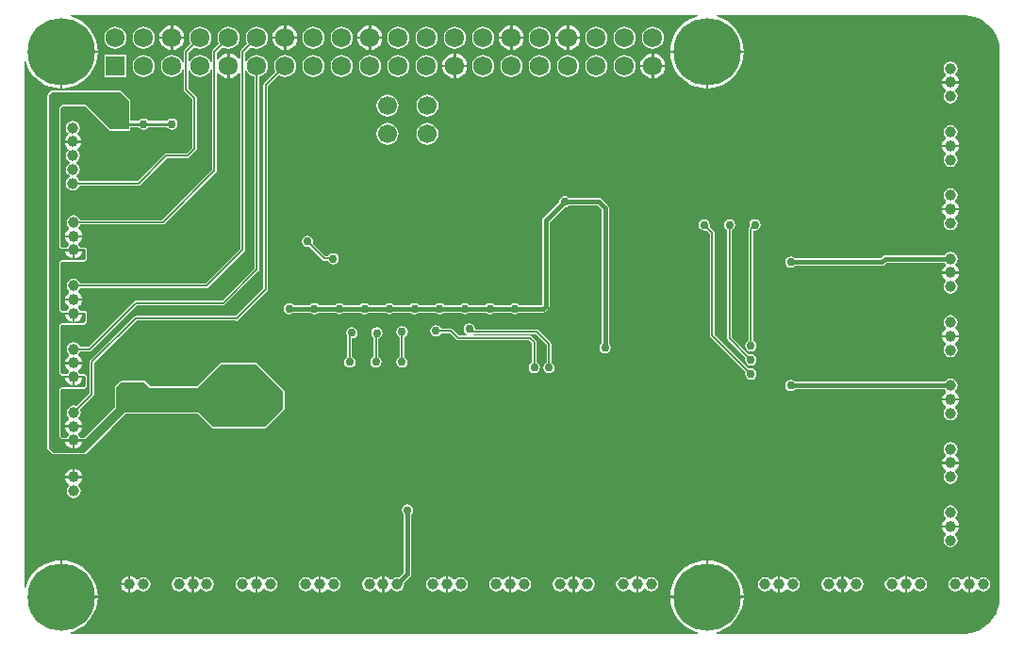
<source format=gbl>
G04*
G04 #@! TF.GenerationSoftware,Altium Limited,Altium Designer,22.2.1 (43)*
G04*
G04 Layer_Physical_Order=2*
G04 Layer_Color=16711680*
%FSLAX25Y25*%
%MOIN*%
G70*
G04*
G04 #@! TF.SameCoordinates,97A6E9F3-C8AE-4924-B40C-96554566FD82*
G04*
G04*
G04 #@! TF.FilePolarity,Positive*
G04*
G01*
G75*
%ADD44C,0.00600*%
%ADD45C,0.01600*%
%ADD46C,0.01000*%
%ADD48C,0.03937*%
%ADD49C,0.23819*%
%ADD50C,0.06693*%
%ADD51C,0.06791*%
%ADD52R,0.06791X0.06791*%
%ADD53C,0.02953*%
G36*
X335219Y219455D02*
X336864Y219018D01*
X338438Y218369D01*
X339913Y217519D01*
X341264Y216484D01*
X342468Y215280D01*
X343503Y213929D01*
X344353Y212454D01*
X345002Y210880D01*
X345439Y209235D01*
X345657Y207547D01*
X345654Y206696D01*
X345654Y206694D01*
X345654Y206693D01*
X345654Y13780D01*
X345654Y13778D01*
X345654Y13777D01*
X345657Y12926D01*
X345439Y11238D01*
X345002Y9592D01*
X344353Y8019D01*
X343503Y6543D01*
X342468Y5192D01*
X341264Y3989D01*
X339913Y2953D01*
X338438Y2104D01*
X336864Y1455D01*
X335219Y1018D01*
X333531Y800D01*
X332680Y803D01*
X332678Y802D01*
X332677Y803D01*
X245515D01*
X245456Y1303D01*
X246128Y1464D01*
X248005Y2242D01*
X249737Y3303D01*
X251283Y4623D01*
X252602Y6168D01*
X253664Y7901D01*
X254442Y9778D01*
X254916Y11754D01*
X255044Y13379D01*
X229208D01*
X229336Y11754D01*
X229810Y9778D01*
X230588Y7901D01*
X231650Y6168D01*
X232969Y4623D01*
X234514Y3303D01*
X236247Y2242D01*
X238124Y1464D01*
X238796Y1303D01*
X238737Y803D01*
X17169D01*
X17110Y1303D01*
X17781Y1464D01*
X19658Y2242D01*
X21391Y3303D01*
X22936Y4623D01*
X24256Y6168D01*
X25317Y7901D01*
X26095Y9778D01*
X26570Y11754D01*
X26697Y13379D01*
X13780D01*
Y13780D01*
X13379D01*
Y26697D01*
X11754Y26570D01*
X9778Y26095D01*
X7901Y25317D01*
X6168Y24256D01*
X4623Y22936D01*
X3303Y21391D01*
X2242Y19658D01*
X1464Y17781D01*
X1303Y17110D01*
X803Y17169D01*
Y203304D01*
X1303Y203363D01*
X1464Y202691D01*
X2242Y200814D01*
X3303Y199082D01*
X4623Y197536D01*
X6168Y196217D01*
X7901Y195155D01*
X9778Y194377D01*
X11754Y193903D01*
X13379Y193775D01*
Y206693D01*
X13780D01*
Y207093D01*
X26697D01*
X26570Y208719D01*
X26095Y210695D01*
X25317Y212572D01*
X24256Y214304D01*
X22936Y215849D01*
X21391Y217169D01*
X19658Y218231D01*
X17781Y219008D01*
X17110Y219170D01*
X17169Y219670D01*
X238737Y219670D01*
X238796Y219170D01*
X238124Y219008D01*
X236247Y218231D01*
X234514Y217169D01*
X232969Y215849D01*
X231650Y214304D01*
X230588Y212572D01*
X229810Y210695D01*
X229336Y208719D01*
X229208Y207093D01*
X255044D01*
X254916Y208719D01*
X254442Y210695D01*
X253664Y212572D01*
X252602Y214304D01*
X251283Y215849D01*
X249737Y217169D01*
X248005Y218231D01*
X246128Y219008D01*
X245456Y219170D01*
X245515Y219670D01*
X332677D01*
X332678Y219670D01*
X332680Y219670D01*
X333531Y219672D01*
X335219Y219455D01*
D02*
G37*
%LPC*%
G36*
X193353Y216070D02*
Y212089D01*
X197334D01*
X197235Y212837D01*
X196792Y213906D01*
X196088Y214824D01*
X195170Y215529D01*
X194100Y215971D01*
X193353Y216070D01*
D02*
G37*
G36*
X173353D02*
Y212089D01*
X177334D01*
X177235Y212837D01*
X176792Y213906D01*
X176088Y214824D01*
X175170Y215529D01*
X174100Y215971D01*
X173353Y216070D01*
D02*
G37*
G36*
X123353D02*
Y212089D01*
X127334D01*
X127235Y212837D01*
X126792Y213906D01*
X126088Y214824D01*
X125170Y215529D01*
X124100Y215971D01*
X123353Y216070D01*
D02*
G37*
G36*
X93353D02*
Y212089D01*
X97334D01*
X97235Y212837D01*
X96792Y213906D01*
X96088Y214824D01*
X95170Y215529D01*
X94100Y215971D01*
X93353Y216070D01*
D02*
G37*
G36*
X53353D02*
Y212089D01*
X57334D01*
X57235Y212837D01*
X56792Y213906D01*
X56088Y214824D01*
X55170Y215529D01*
X54100Y215971D01*
X53353Y216070D01*
D02*
G37*
G36*
X52553D02*
X51805Y215971D01*
X50736Y215529D01*
X49818Y214824D01*
X49113Y213906D01*
X48670Y212837D01*
X48572Y212089D01*
X52553D01*
Y216070D01*
D02*
G37*
G36*
X192553D02*
X191805Y215971D01*
X190736Y215529D01*
X189818Y214824D01*
X189113Y213906D01*
X188670Y212837D01*
X188572Y212089D01*
X192553D01*
Y216070D01*
D02*
G37*
G36*
X172553D02*
X171805Y215971D01*
X170736Y215529D01*
X169818Y214824D01*
X169113Y213906D01*
X168670Y212837D01*
X168572Y212089D01*
X172553D01*
Y216070D01*
D02*
G37*
G36*
X122553D02*
X121805Y215971D01*
X120736Y215529D01*
X119818Y214824D01*
X119113Y213906D01*
X118670Y212837D01*
X118572Y212089D01*
X122553D01*
Y216070D01*
D02*
G37*
G36*
X92553D02*
X91805Y215971D01*
X90736Y215529D01*
X89818Y214824D01*
X89113Y213906D01*
X88670Y212837D01*
X88572Y212089D01*
X92553D01*
Y216070D01*
D02*
G37*
G36*
X222953Y215618D02*
X221936Y215484D01*
X220988Y215092D01*
X220174Y214467D01*
X219550Y213654D01*
X219157Y212706D01*
X219023Y211689D01*
X219157Y210672D01*
X219550Y209724D01*
X220174Y208911D01*
X220988Y208286D01*
X221936Y207894D01*
X222953Y207760D01*
X223970Y207894D01*
X224917Y208286D01*
X225731Y208911D01*
X226356Y209724D01*
X226748Y210672D01*
X226882Y211689D01*
X226748Y212706D01*
X226356Y213654D01*
X225731Y214467D01*
X224917Y215092D01*
X223970Y215484D01*
X222953Y215618D01*
D02*
G37*
G36*
X212953D02*
X211936Y215484D01*
X210988Y215092D01*
X210174Y214467D01*
X209550Y213654D01*
X209157Y212706D01*
X209023Y211689D01*
X209157Y210672D01*
X209550Y209724D01*
X210174Y208911D01*
X210988Y208286D01*
X211936Y207894D01*
X212953Y207760D01*
X213970Y207894D01*
X214917Y208286D01*
X215731Y208911D01*
X216356Y209724D01*
X216748Y210672D01*
X216882Y211689D01*
X216748Y212706D01*
X216356Y213654D01*
X215731Y214467D01*
X214917Y215092D01*
X213970Y215484D01*
X212953Y215618D01*
D02*
G37*
G36*
X202953D02*
X201936Y215484D01*
X200988Y215092D01*
X200174Y214467D01*
X199550Y213654D01*
X199157Y212706D01*
X199023Y211689D01*
X199157Y210672D01*
X199550Y209724D01*
X200174Y208911D01*
X200988Y208286D01*
X201936Y207894D01*
X202953Y207760D01*
X203970Y207894D01*
X204917Y208286D01*
X205731Y208911D01*
X206356Y209724D01*
X206748Y210672D01*
X206882Y211689D01*
X206748Y212706D01*
X206356Y213654D01*
X205731Y214467D01*
X204917Y215092D01*
X203970Y215484D01*
X202953Y215618D01*
D02*
G37*
G36*
X182953D02*
X181936Y215484D01*
X180988Y215092D01*
X180174Y214467D01*
X179550Y213654D01*
X179157Y212706D01*
X179024Y211689D01*
X179157Y210672D01*
X179550Y209724D01*
X180174Y208911D01*
X180988Y208286D01*
X181936Y207894D01*
X182953Y207760D01*
X183970Y207894D01*
X184917Y208286D01*
X185731Y208911D01*
X186356Y209724D01*
X186748Y210672D01*
X186882Y211689D01*
X186748Y212706D01*
X186356Y213654D01*
X185731Y214467D01*
X184917Y215092D01*
X183970Y215484D01*
X182953Y215618D01*
D02*
G37*
G36*
X162953D02*
X161936Y215484D01*
X160988Y215092D01*
X160174Y214467D01*
X159550Y213654D01*
X159157Y212706D01*
X159023Y211689D01*
X159157Y210672D01*
X159550Y209724D01*
X160174Y208911D01*
X160988Y208286D01*
X161936Y207894D01*
X162953Y207760D01*
X163970Y207894D01*
X164917Y208286D01*
X165731Y208911D01*
X166356Y209724D01*
X166748Y210672D01*
X166882Y211689D01*
X166748Y212706D01*
X166356Y213654D01*
X165731Y214467D01*
X164917Y215092D01*
X163970Y215484D01*
X162953Y215618D01*
D02*
G37*
G36*
X152953D02*
X151936Y215484D01*
X150988Y215092D01*
X150174Y214467D01*
X149550Y213654D01*
X149157Y212706D01*
X149023Y211689D01*
X149157Y210672D01*
X149550Y209724D01*
X150174Y208911D01*
X150988Y208286D01*
X151936Y207894D01*
X152953Y207760D01*
X153970Y207894D01*
X154917Y208286D01*
X155731Y208911D01*
X156356Y209724D01*
X156748Y210672D01*
X156882Y211689D01*
X156748Y212706D01*
X156356Y213654D01*
X155731Y214467D01*
X154917Y215092D01*
X153970Y215484D01*
X152953Y215618D01*
D02*
G37*
G36*
X142953D02*
X141936Y215484D01*
X140988Y215092D01*
X140174Y214467D01*
X139550Y213654D01*
X139157Y212706D01*
X139023Y211689D01*
X139157Y210672D01*
X139550Y209724D01*
X140174Y208911D01*
X140988Y208286D01*
X141936Y207894D01*
X142953Y207760D01*
X143970Y207894D01*
X144917Y208286D01*
X145731Y208911D01*
X146356Y209724D01*
X146748Y210672D01*
X146882Y211689D01*
X146748Y212706D01*
X146356Y213654D01*
X145731Y214467D01*
X144917Y215092D01*
X143970Y215484D01*
X142953Y215618D01*
D02*
G37*
G36*
X132953D02*
X131936Y215484D01*
X130988Y215092D01*
X130174Y214467D01*
X129550Y213654D01*
X129157Y212706D01*
X129024Y211689D01*
X129157Y210672D01*
X129550Y209724D01*
X130174Y208911D01*
X130988Y208286D01*
X131936Y207894D01*
X132953Y207760D01*
X133970Y207894D01*
X134917Y208286D01*
X135731Y208911D01*
X136356Y209724D01*
X136748Y210672D01*
X136882Y211689D01*
X136748Y212706D01*
X136356Y213654D01*
X135731Y214467D01*
X134917Y215092D01*
X133970Y215484D01*
X132953Y215618D01*
D02*
G37*
G36*
X112953D02*
X111936Y215484D01*
X110988Y215092D01*
X110174Y214467D01*
X109550Y213654D01*
X109157Y212706D01*
X109023Y211689D01*
X109157Y210672D01*
X109550Y209724D01*
X110174Y208911D01*
X110988Y208286D01*
X111936Y207894D01*
X112953Y207760D01*
X113970Y207894D01*
X114917Y208286D01*
X115731Y208911D01*
X116356Y209724D01*
X116748Y210672D01*
X116882Y211689D01*
X116748Y212706D01*
X116356Y213654D01*
X115731Y214467D01*
X114917Y215092D01*
X113970Y215484D01*
X112953Y215618D01*
D02*
G37*
G36*
X102953D02*
X101936Y215484D01*
X100988Y215092D01*
X100174Y214467D01*
X99550Y213654D01*
X99157Y212706D01*
X99023Y211689D01*
X99157Y210672D01*
X99550Y209724D01*
X100174Y208911D01*
X100988Y208286D01*
X101936Y207894D01*
X102953Y207760D01*
X103970Y207894D01*
X104917Y208286D01*
X105731Y208911D01*
X106356Y209724D01*
X106748Y210672D01*
X106882Y211689D01*
X106748Y212706D01*
X106356Y213654D01*
X105731Y214467D01*
X104917Y215092D01*
X103970Y215484D01*
X102953Y215618D01*
D02*
G37*
G36*
X82953D02*
X81936Y215484D01*
X80988Y215092D01*
X80174Y214467D01*
X79550Y213654D01*
X79157Y212706D01*
X79023Y211689D01*
X79157Y210672D01*
X79550Y209724D01*
X79673Y209563D01*
X77381Y207271D01*
X77204Y207006D01*
X77142Y206694D01*
X77142Y206694D01*
Y204271D01*
X76642Y204101D01*
X76088Y204824D01*
X75170Y205529D01*
X74100Y205972D01*
X73353Y206070D01*
Y201689D01*
Y197308D01*
X74100Y197406D01*
X75170Y197849D01*
X76088Y198554D01*
X76642Y199276D01*
X77142Y199107D01*
Y136918D01*
X64938Y124713D01*
X20583D01*
X20554Y124861D01*
X20008Y125677D01*
X19192Y126223D01*
X18228Y126415D01*
X17265Y126223D01*
X16449Y125677D01*
X15903Y124861D01*
X15711Y123898D01*
X15903Y122934D01*
X16449Y122118D01*
X16605Y122014D01*
X16563Y121440D01*
X16111Y121093D01*
X15635Y120473D01*
X15336Y119751D01*
X15287Y119376D01*
X18228D01*
X21170D01*
X21120Y119751D01*
X20821Y120473D01*
X20346Y121093D01*
X19894Y121440D01*
X19852Y122014D01*
X20008Y122118D01*
X20554Y122934D01*
X20583Y123082D01*
X65276D01*
X65276Y123082D01*
X65588Y123144D01*
X65852Y123321D01*
X78535Y136003D01*
X78535Y136003D01*
X78711Y136268D01*
X78774Y136580D01*
X78774Y136580D01*
Y200292D01*
X79274Y200392D01*
X79550Y199724D01*
X80174Y198910D01*
X80988Y198286D01*
X81936Y197894D01*
X82137Y197867D01*
Y129983D01*
X70764Y118611D01*
X40157D01*
X40157Y118611D01*
X39845Y118549D01*
X39581Y118372D01*
X39581Y118372D01*
X23481Y102272D01*
X20583D01*
X20554Y102420D01*
X20008Y103236D01*
X19192Y103782D01*
X18228Y103974D01*
X17265Y103782D01*
X16449Y103236D01*
X15903Y102420D01*
X15711Y101457D01*
X15903Y100494D01*
X16449Y99677D01*
X16605Y99573D01*
X16563Y98999D01*
X16111Y98653D01*
X15635Y98032D01*
X15336Y97310D01*
X15287Y96935D01*
X18228D01*
X21170D01*
X21120Y97310D01*
X20821Y98032D01*
X20346Y98653D01*
X19894Y98999D01*
X19852Y99573D01*
X20008Y99677D01*
X20554Y100494D01*
X20583Y100641D01*
X23819D01*
X23819Y100641D01*
X24131Y100703D01*
X24396Y100880D01*
X40495Y116980D01*
X71102D01*
X71102Y116980D01*
X71415Y117042D01*
X71679Y117218D01*
X83530Y129069D01*
X83530Y129069D01*
X83706Y129333D01*
X83768Y129646D01*
X83768Y129646D01*
Y197867D01*
X83970Y197894D01*
X84917Y198286D01*
X85731Y198910D01*
X86356Y199724D01*
X86748Y200672D01*
X86882Y201689D01*
X86748Y202706D01*
X86356Y203654D01*
X85731Y204467D01*
X84917Y205092D01*
X83970Y205484D01*
X82953Y205618D01*
X81936Y205484D01*
X80988Y205092D01*
X80174Y204467D01*
X79550Y203654D01*
X79274Y202987D01*
X78774Y203086D01*
Y206356D01*
X80827Y208410D01*
X80988Y208286D01*
X81936Y207894D01*
X82953Y207760D01*
X83970Y207894D01*
X84917Y208286D01*
X85731Y208911D01*
X86356Y209724D01*
X86748Y210672D01*
X86882Y211689D01*
X86748Y212706D01*
X86356Y213654D01*
X85731Y214467D01*
X84917Y215092D01*
X83970Y215484D01*
X82953Y215618D01*
D02*
G37*
G36*
X72953D02*
X71936Y215484D01*
X70988Y215092D01*
X70174Y214467D01*
X69550Y213654D01*
X69157Y212706D01*
X69024Y211689D01*
X69157Y210672D01*
X69550Y209724D01*
X69674Y209563D01*
X67381Y207271D01*
X67204Y207006D01*
X67142Y206694D01*
X67142Y206694D01*
Y203061D01*
X66642Y202962D01*
X66356Y203654D01*
X65731Y204467D01*
X64917Y205092D01*
X63970Y205484D01*
X62953Y205618D01*
X61936Y205484D01*
X60988Y205092D01*
X60174Y204467D01*
X59550Y203654D01*
X59274Y202987D01*
X58774Y203086D01*
Y206356D01*
X60827Y208410D01*
X60988Y208286D01*
X61936Y207894D01*
X62953Y207760D01*
X63970Y207894D01*
X64917Y208286D01*
X65731Y208911D01*
X66356Y209724D01*
X66748Y210672D01*
X66882Y211689D01*
X66748Y212706D01*
X66356Y213654D01*
X65731Y214467D01*
X64917Y215092D01*
X63970Y215484D01*
X62953Y215618D01*
X61936Y215484D01*
X60988Y215092D01*
X60174Y214467D01*
X59550Y213654D01*
X59157Y212706D01*
X59023Y211689D01*
X59157Y210672D01*
X59550Y209724D01*
X59674Y209563D01*
X57381Y207271D01*
X57204Y207006D01*
X57142Y206694D01*
X57142Y206694D01*
Y203061D01*
X56642Y202962D01*
X56356Y203654D01*
X55731Y204467D01*
X54917Y205092D01*
X53970Y205484D01*
X52953Y205618D01*
X51936Y205484D01*
X50988Y205092D01*
X50174Y204467D01*
X49550Y203654D01*
X49157Y202706D01*
X49024Y201689D01*
X49157Y200672D01*
X49550Y199724D01*
X50174Y198910D01*
X50988Y198286D01*
X51936Y197894D01*
X52953Y197760D01*
X53970Y197894D01*
X54917Y198286D01*
X55731Y198910D01*
X56356Y199724D01*
X56642Y200416D01*
X57142Y200317D01*
Y193302D01*
X57142Y193302D01*
X57204Y192990D01*
X57381Y192725D01*
X60169Y189938D01*
Y172779D01*
X58127Y170737D01*
X50985D01*
X50985Y170737D01*
X50673Y170675D01*
X50408Y170498D01*
X50408Y170498D01*
X40805Y160894D01*
X20347D01*
X20317Y161042D01*
X19772Y161858D01*
X19186Y162250D01*
Y162829D01*
X19772Y163220D01*
X20317Y164037D01*
X20509Y165000D01*
X20317Y165963D01*
X19772Y166780D01*
X19186Y167171D01*
Y167750D01*
X19772Y168142D01*
X20317Y168958D01*
X20509Y169921D01*
X20317Y170884D01*
X19772Y171701D01*
X19616Y171805D01*
X19658Y172379D01*
X20109Y172725D01*
X20585Y173345D01*
X20884Y174068D01*
X20934Y174443D01*
X17992D01*
X15051D01*
X15100Y174068D01*
X15399Y173345D01*
X15875Y172725D01*
X16327Y172379D01*
X16368Y171805D01*
X16212Y171701D01*
X15667Y170884D01*
X15475Y169921D01*
X15667Y168958D01*
X16212Y168142D01*
X16798Y167750D01*
Y167171D01*
X16212Y166780D01*
X15667Y165963D01*
X15475Y165000D01*
X15667Y164037D01*
X16212Y163220D01*
X16798Y162829D01*
Y162250D01*
X16212Y161858D01*
X15667Y161042D01*
X15475Y160079D01*
X15667Y159116D01*
X16212Y158299D01*
X17029Y157754D01*
X17992Y157562D01*
X18955Y157754D01*
X19772Y158299D01*
X20317Y159116D01*
X20347Y159263D01*
X41142D01*
X41142Y159263D01*
X41455Y159325D01*
X41719Y159502D01*
X51323Y169106D01*
X58464D01*
X58465Y169106D01*
X58777Y169168D01*
X59041Y169344D01*
X61561Y171864D01*
X61561Y171864D01*
X61738Y172129D01*
X61800Y172441D01*
X61800Y172441D01*
Y190276D01*
X61738Y190588D01*
X61561Y190852D01*
X61561Y190852D01*
X58774Y193640D01*
Y200292D01*
X59274Y200392D01*
X59550Y199724D01*
X60174Y198910D01*
X60988Y198286D01*
X61936Y197894D01*
X62953Y197760D01*
X63970Y197894D01*
X64917Y198286D01*
X65731Y198910D01*
X66356Y199724D01*
X66642Y200416D01*
X67142Y200317D01*
Y164831D01*
X49465Y147154D01*
X20583D01*
X20554Y147302D01*
X20008Y148118D01*
X19192Y148664D01*
X18228Y148855D01*
X17265Y148664D01*
X16449Y148118D01*
X15903Y147302D01*
X15711Y146339D01*
X15903Y145375D01*
X16449Y144559D01*
X16605Y144455D01*
X16563Y143881D01*
X16111Y143535D01*
X15635Y142914D01*
X15336Y142192D01*
X15287Y141817D01*
X18228D01*
X21170D01*
X21120Y142192D01*
X20821Y142914D01*
X20346Y143535D01*
X19894Y143881D01*
X19852Y144455D01*
X20008Y144559D01*
X20554Y145375D01*
X20583Y145523D01*
X49803D01*
X49803Y145523D01*
X50115Y145585D01*
X50380Y145762D01*
X68535Y163917D01*
X68712Y164181D01*
X68774Y164493D01*
X68774Y164493D01*
Y199093D01*
X69274Y199263D01*
X69818Y198554D01*
X70736Y197849D01*
X71805Y197406D01*
X72553Y197308D01*
Y201689D01*
Y206070D01*
X71805Y205972D01*
X70736Y205529D01*
X69818Y204824D01*
X69274Y204115D01*
X68774Y204285D01*
Y206356D01*
X70827Y208410D01*
X70988Y208286D01*
X71936Y207894D01*
X72953Y207760D01*
X73970Y207894D01*
X74917Y208286D01*
X75731Y208911D01*
X76356Y209724D01*
X76748Y210672D01*
X76882Y211689D01*
X76748Y212706D01*
X76356Y213654D01*
X75731Y214467D01*
X74917Y215092D01*
X73970Y215484D01*
X72953Y215618D01*
D02*
G37*
G36*
X42953D02*
X41936Y215484D01*
X40988Y215092D01*
X40174Y214467D01*
X39550Y213654D01*
X39157Y212706D01*
X39024Y211689D01*
X39157Y210672D01*
X39550Y209724D01*
X40174Y208911D01*
X40988Y208286D01*
X41936Y207894D01*
X42953Y207760D01*
X43970Y207894D01*
X44917Y208286D01*
X45731Y208911D01*
X46356Y209724D01*
X46748Y210672D01*
X46882Y211689D01*
X46748Y212706D01*
X46356Y213654D01*
X45731Y214467D01*
X44917Y215092D01*
X43970Y215484D01*
X42953Y215618D01*
D02*
G37*
G36*
X32953D02*
X31936Y215484D01*
X30988Y215092D01*
X30174Y214467D01*
X29550Y213654D01*
X29157Y212706D01*
X29024Y211689D01*
X29157Y210672D01*
X29550Y209724D01*
X30174Y208911D01*
X30988Y208286D01*
X31936Y207894D01*
X32953Y207760D01*
X33970Y207894D01*
X34917Y208286D01*
X35731Y208911D01*
X36356Y209724D01*
X36748Y210672D01*
X36882Y211689D01*
X36748Y212706D01*
X36356Y213654D01*
X35731Y214467D01*
X34917Y215092D01*
X33970Y215484D01*
X32953Y215618D01*
D02*
G37*
G36*
X197334Y211289D02*
X193353D01*
Y207308D01*
X194100Y207406D01*
X195170Y207849D01*
X196088Y208554D01*
X196792Y209472D01*
X197235Y210542D01*
X197334Y211289D01*
D02*
G37*
G36*
X177334D02*
X173353D01*
Y207308D01*
X174100Y207406D01*
X175170Y207849D01*
X176088Y208554D01*
X176792Y209472D01*
X177235Y210542D01*
X177334Y211289D01*
D02*
G37*
G36*
X127334D02*
X123353D01*
Y207308D01*
X124100Y207406D01*
X125170Y207849D01*
X126088Y208554D01*
X126792Y209472D01*
X127235Y210542D01*
X127334Y211289D01*
D02*
G37*
G36*
X97334D02*
X93353D01*
Y207308D01*
X94100Y207406D01*
X95170Y207849D01*
X96088Y208554D01*
X96792Y209472D01*
X97235Y210542D01*
X97334Y211289D01*
D02*
G37*
G36*
X57334D02*
X53353D01*
Y207308D01*
X54100Y207406D01*
X55170Y207849D01*
X56088Y208554D01*
X56792Y209472D01*
X57235Y210542D01*
X57334Y211289D01*
D02*
G37*
G36*
X192553D02*
X188572D01*
X188670Y210542D01*
X189113Y209472D01*
X189818Y208554D01*
X190736Y207849D01*
X191805Y207406D01*
X192553Y207308D01*
Y211289D01*
D02*
G37*
G36*
X172553D02*
X168572D01*
X168670Y210542D01*
X169113Y209472D01*
X169818Y208554D01*
X170736Y207849D01*
X171805Y207406D01*
X172553Y207308D01*
Y211289D01*
D02*
G37*
G36*
X122553D02*
X118572D01*
X118670Y210542D01*
X119113Y209472D01*
X119818Y208554D01*
X120736Y207849D01*
X121805Y207406D01*
X122553Y207308D01*
Y211289D01*
D02*
G37*
G36*
X92553D02*
X88572D01*
X88670Y210542D01*
X89113Y209472D01*
X89818Y208554D01*
X90736Y207849D01*
X91805Y207406D01*
X92553Y207308D01*
Y211289D01*
D02*
G37*
G36*
X52553D02*
X48572D01*
X48670Y210542D01*
X49113Y209472D01*
X49818Y208554D01*
X50736Y207849D01*
X51805Y207406D01*
X52553Y207308D01*
Y211289D01*
D02*
G37*
G36*
X223353Y206070D02*
Y202089D01*
X227334D01*
X227235Y202836D01*
X226792Y203906D01*
X226088Y204824D01*
X225170Y205529D01*
X224100Y205972D01*
X223353Y206070D01*
D02*
G37*
G36*
X153353D02*
Y202089D01*
X157334D01*
X157235Y202836D01*
X156792Y203906D01*
X156088Y204824D01*
X155170Y205529D01*
X154100Y205972D01*
X153353Y206070D01*
D02*
G37*
G36*
X222553D02*
X221805Y205972D01*
X220736Y205529D01*
X219818Y204824D01*
X219113Y203906D01*
X218670Y202836D01*
X218572Y202089D01*
X222553D01*
Y206070D01*
D02*
G37*
G36*
X152553D02*
X151805Y205972D01*
X150736Y205529D01*
X149818Y204824D01*
X149113Y203906D01*
X148670Y202836D01*
X148572Y202089D01*
X152553D01*
Y206070D01*
D02*
G37*
G36*
X222953Y201689D02*
D01*
D01*
D01*
D02*
G37*
G36*
X36848Y205585D02*
X29057D01*
Y197793D01*
X36848D01*
Y205585D01*
D02*
G37*
G36*
X212953Y205618D02*
X211936Y205484D01*
X210988Y205092D01*
X210174Y204467D01*
X209550Y203654D01*
X209157Y202706D01*
X209023Y201689D01*
X209157Y200672D01*
X209550Y199724D01*
X210174Y198910D01*
X210988Y198286D01*
X211936Y197894D01*
X212953Y197760D01*
X213970Y197894D01*
X214917Y198286D01*
X215731Y198910D01*
X216356Y199724D01*
X216748Y200672D01*
X216882Y201689D01*
X216748Y202706D01*
X216356Y203654D01*
X215731Y204467D01*
X214917Y205092D01*
X213970Y205484D01*
X212953Y205618D01*
D02*
G37*
G36*
X202953D02*
X201936Y205484D01*
X200988Y205092D01*
X200174Y204467D01*
X199550Y203654D01*
X199157Y202706D01*
X199023Y201689D01*
X199157Y200672D01*
X199550Y199724D01*
X200174Y198910D01*
X200988Y198286D01*
X201936Y197894D01*
X202953Y197760D01*
X203970Y197894D01*
X204917Y198286D01*
X205731Y198910D01*
X206356Y199724D01*
X206748Y200672D01*
X206882Y201689D01*
X206748Y202706D01*
X206356Y203654D01*
X205731Y204467D01*
X204917Y205092D01*
X203970Y205484D01*
X202953Y205618D01*
D02*
G37*
G36*
X192953D02*
X191936Y205484D01*
X190988Y205092D01*
X190174Y204467D01*
X189550Y203654D01*
X189157Y202706D01*
X189023Y201689D01*
X189157Y200672D01*
X189550Y199724D01*
X190174Y198910D01*
X190988Y198286D01*
X191936Y197894D01*
X192953Y197760D01*
X193970Y197894D01*
X194917Y198286D01*
X195731Y198910D01*
X196356Y199724D01*
X196748Y200672D01*
X196882Y201689D01*
X196748Y202706D01*
X196356Y203654D01*
X195731Y204467D01*
X194917Y205092D01*
X193970Y205484D01*
X192953Y205618D01*
D02*
G37*
G36*
X182953D02*
X181936Y205484D01*
X180988Y205092D01*
X180174Y204467D01*
X179550Y203654D01*
X179157Y202706D01*
X179024Y201689D01*
X179157Y200672D01*
X179550Y199724D01*
X180174Y198910D01*
X180988Y198286D01*
X181936Y197894D01*
X182953Y197760D01*
X183970Y197894D01*
X184917Y198286D01*
X185731Y198910D01*
X186356Y199724D01*
X186748Y200672D01*
X186882Y201689D01*
X186748Y202706D01*
X186356Y203654D01*
X185731Y204467D01*
X184917Y205092D01*
X183970Y205484D01*
X182953Y205618D01*
D02*
G37*
G36*
X172953D02*
X171936Y205484D01*
X170988Y205092D01*
X170174Y204467D01*
X169550Y203654D01*
X169157Y202706D01*
X169024Y201689D01*
X169157Y200672D01*
X169550Y199724D01*
X170174Y198910D01*
X170988Y198286D01*
X171936Y197894D01*
X172953Y197760D01*
X173970Y197894D01*
X174917Y198286D01*
X175731Y198910D01*
X176356Y199724D01*
X176748Y200672D01*
X176882Y201689D01*
X176748Y202706D01*
X176356Y203654D01*
X175731Y204467D01*
X174917Y205092D01*
X173970Y205484D01*
X172953Y205618D01*
D02*
G37*
G36*
X162953D02*
X161936Y205484D01*
X160988Y205092D01*
X160174Y204467D01*
X159550Y203654D01*
X159157Y202706D01*
X159023Y201689D01*
X159157Y200672D01*
X159550Y199724D01*
X160174Y198910D01*
X160988Y198286D01*
X161936Y197894D01*
X162953Y197760D01*
X163970Y197894D01*
X164917Y198286D01*
X165731Y198910D01*
X166356Y199724D01*
X166748Y200672D01*
X166882Y201689D01*
X166748Y202706D01*
X166356Y203654D01*
X165731Y204467D01*
X164917Y205092D01*
X163970Y205484D01*
X162953Y205618D01*
D02*
G37*
G36*
X142953D02*
X141936Y205484D01*
X140988Y205092D01*
X140174Y204467D01*
X139550Y203654D01*
X139157Y202706D01*
X139023Y201689D01*
X139157Y200672D01*
X139550Y199724D01*
X140174Y198910D01*
X140988Y198286D01*
X141936Y197894D01*
X142953Y197760D01*
X143970Y197894D01*
X144917Y198286D01*
X145731Y198910D01*
X146356Y199724D01*
X146748Y200672D01*
X146882Y201689D01*
X146748Y202706D01*
X146356Y203654D01*
X145731Y204467D01*
X144917Y205092D01*
X143970Y205484D01*
X142953Y205618D01*
D02*
G37*
G36*
X132953D02*
X131936Y205484D01*
X130988Y205092D01*
X130174Y204467D01*
X129550Y203654D01*
X129157Y202706D01*
X129024Y201689D01*
X129157Y200672D01*
X129550Y199724D01*
X130174Y198910D01*
X130988Y198286D01*
X131936Y197894D01*
X132953Y197760D01*
X133970Y197894D01*
X134917Y198286D01*
X135731Y198910D01*
X136356Y199724D01*
X136748Y200672D01*
X136882Y201689D01*
X136748Y202706D01*
X136356Y203654D01*
X135731Y204467D01*
X134917Y205092D01*
X133970Y205484D01*
X132953Y205618D01*
D02*
G37*
G36*
X122953D02*
X121936Y205484D01*
X120988Y205092D01*
X120174Y204467D01*
X119550Y203654D01*
X119157Y202706D01*
X119024Y201689D01*
X119157Y200672D01*
X119550Y199724D01*
X120174Y198910D01*
X120988Y198286D01*
X121936Y197894D01*
X122953Y197760D01*
X123970Y197894D01*
X124917Y198286D01*
X125731Y198910D01*
X126356Y199724D01*
X126748Y200672D01*
X126882Y201689D01*
X126748Y202706D01*
X126356Y203654D01*
X125731Y204467D01*
X124917Y205092D01*
X123970Y205484D01*
X122953Y205618D01*
D02*
G37*
G36*
X112953D02*
X111936Y205484D01*
X110988Y205092D01*
X110174Y204467D01*
X109550Y203654D01*
X109157Y202706D01*
X109023Y201689D01*
X109157Y200672D01*
X109550Y199724D01*
X110174Y198910D01*
X110988Y198286D01*
X111936Y197894D01*
X112953Y197760D01*
X113970Y197894D01*
X114917Y198286D01*
X115731Y198910D01*
X116356Y199724D01*
X116748Y200672D01*
X116882Y201689D01*
X116748Y202706D01*
X116356Y203654D01*
X115731Y204467D01*
X114917Y205092D01*
X113970Y205484D01*
X112953Y205618D01*
D02*
G37*
G36*
X102953D02*
X101936Y205484D01*
X100988Y205092D01*
X100174Y204467D01*
X99550Y203654D01*
X99157Y202706D01*
X99023Y201689D01*
X99157Y200672D01*
X99550Y199724D01*
X100174Y198910D01*
X100988Y198286D01*
X101936Y197894D01*
X102953Y197760D01*
X103970Y197894D01*
X104917Y198286D01*
X105731Y198910D01*
X106356Y199724D01*
X106748Y200672D01*
X106882Y201689D01*
X106748Y202706D01*
X106356Y203654D01*
X105731Y204467D01*
X104917Y205092D01*
X103970Y205484D01*
X102953Y205618D01*
D02*
G37*
G36*
X92953D02*
X91936Y205484D01*
X90988Y205092D01*
X90174Y204467D01*
X89550Y203654D01*
X89157Y202706D01*
X89024Y201689D01*
X89157Y200672D01*
X89550Y199724D01*
X89674Y199563D01*
X85565Y195455D01*
X85388Y195190D01*
X85326Y194878D01*
X85326Y194878D01*
Y123000D01*
X75504Y113178D01*
X40157D01*
X39845Y113116D01*
X39581Y112939D01*
X39581Y112939D01*
X24069Y97427D01*
X23892Y97162D01*
X23830Y96850D01*
X23830Y96850D01*
Y85771D01*
X19317Y81257D01*
X19192Y81341D01*
X18228Y81533D01*
X17265Y81341D01*
X16449Y80795D01*
X15903Y79979D01*
X15711Y79016D01*
X15903Y78053D01*
X16449Y77236D01*
X16605Y77132D01*
X16563Y76558D01*
X16111Y76212D01*
X15635Y75591D01*
X15336Y74869D01*
X15287Y74494D01*
X18228D01*
X21170D01*
X21120Y74869D01*
X20821Y75591D01*
X20346Y76212D01*
X19894Y76558D01*
X19852Y77132D01*
X20008Y77236D01*
X20554Y78053D01*
X20745Y79016D01*
X20554Y79979D01*
X20470Y80104D01*
X25222Y84856D01*
X25399Y85121D01*
X25461Y85433D01*
X25461Y85433D01*
Y96513D01*
X40495Y111547D01*
X75358D01*
X75424Y111503D01*
X75736Y111441D01*
X76048Y111503D01*
X76313Y111680D01*
X86718Y122086D01*
X86718Y122086D01*
X86895Y122350D01*
X86957Y122662D01*
X86957Y122662D01*
Y194540D01*
X90827Y198410D01*
X90988Y198286D01*
X91936Y197894D01*
X92953Y197760D01*
X93970Y197894D01*
X94917Y198286D01*
X95731Y198910D01*
X96356Y199724D01*
X96748Y200672D01*
X96882Y201689D01*
X96748Y202706D01*
X96356Y203654D01*
X95731Y204467D01*
X94917Y205092D01*
X93970Y205484D01*
X92953Y205618D01*
D02*
G37*
G36*
X42953D02*
X41936Y205484D01*
X40988Y205092D01*
X40174Y204467D01*
X39550Y203654D01*
X39157Y202706D01*
X39024Y201689D01*
X39157Y200672D01*
X39550Y199724D01*
X40174Y198910D01*
X40988Y198286D01*
X41936Y197894D01*
X42953Y197760D01*
X43970Y197894D01*
X44917Y198286D01*
X45731Y198910D01*
X46356Y199724D01*
X46748Y200672D01*
X46882Y201689D01*
X46748Y202706D01*
X46356Y203654D01*
X45731Y204467D01*
X44917Y205092D01*
X43970Y205484D01*
X42953Y205618D01*
D02*
G37*
G36*
X227334Y201289D02*
X223353D01*
Y197308D01*
X224100Y197406D01*
X225170Y197849D01*
X226088Y198554D01*
X226792Y199472D01*
X227235Y200541D01*
X227334Y201289D01*
D02*
G37*
G36*
X157334D02*
X153353D01*
Y197308D01*
X154100Y197406D01*
X155170Y197849D01*
X156088Y198554D01*
X156792Y199472D01*
X157235Y200541D01*
X157334Y201289D01*
D02*
G37*
G36*
X222553D02*
X218572D01*
X218670Y200541D01*
X219113Y199472D01*
X219818Y198554D01*
X220736Y197849D01*
X221805Y197406D01*
X222553Y197308D01*
Y201289D01*
D02*
G37*
G36*
X152553D02*
X148572D01*
X148670Y200541D01*
X149113Y199472D01*
X149818Y198554D01*
X150736Y197849D01*
X151805Y197406D01*
X152553Y197308D01*
Y201289D01*
D02*
G37*
G36*
X328228Y203265D02*
X327265Y203073D01*
X326449Y202528D01*
X325903Y201711D01*
X325711Y200748D01*
X325903Y199785D01*
X326449Y198968D01*
X326605Y198864D01*
X326563Y198291D01*
X326111Y197944D01*
X325635Y197324D01*
X325336Y196602D01*
X325287Y196227D01*
X328228D01*
X331170D01*
X331120Y196602D01*
X330821Y197324D01*
X330346Y197944D01*
X329894Y198291D01*
X329852Y198864D01*
X330008Y198968D01*
X330554Y199785D01*
X330745Y200748D01*
X330554Y201711D01*
X330008Y202528D01*
X329191Y203073D01*
X328228Y203265D01*
D02*
G37*
G36*
X255044Y206293D02*
X242526D01*
Y193775D01*
X244152Y193903D01*
X246128Y194377D01*
X248005Y195155D01*
X249737Y196217D01*
X251283Y197536D01*
X252602Y199082D01*
X253664Y200814D01*
X254442Y202691D01*
X254916Y204667D01*
X255044Y206293D01*
D02*
G37*
G36*
X241726D02*
X229208D01*
X229336Y204667D01*
X229810Y202691D01*
X230588Y200814D01*
X231650Y199082D01*
X232969Y197536D01*
X234514Y196217D01*
X236247Y195155D01*
X238124Y194377D01*
X240100Y193903D01*
X241726Y193775D01*
Y206293D01*
D02*
G37*
G36*
X26697D02*
X14179D01*
Y193775D01*
X15805Y193903D01*
X17781Y194377D01*
X19658Y195155D01*
X21391Y196217D01*
X22936Y197536D01*
X24256Y199082D01*
X25317Y200814D01*
X26095Y202691D01*
X26570Y204667D01*
X26697Y206293D01*
D02*
G37*
G36*
X34685Y192864D02*
X34685Y192864D01*
X10394Y192864D01*
X10394Y192864D01*
X10011Y192706D01*
X9105Y191800D01*
X9105Y191800D01*
X8947Y191417D01*
X8947Y191417D01*
X8947Y66457D01*
X9105Y66074D01*
X10798Y64381D01*
X10798Y64381D01*
X11181Y64223D01*
X11181Y64223D01*
X21969Y64223D01*
X21969Y64223D01*
X22351Y64381D01*
X22351Y64381D01*
X31446Y73476D01*
X33847Y75877D01*
X33847Y75877D01*
X36523Y78553D01*
X62059Y78553D01*
X67137Y73476D01*
X67520Y73317D01*
X67520Y73317D01*
X85709Y73317D01*
X85709Y73317D01*
X86091Y73475D01*
X86091Y73476D01*
X92587Y79972D01*
X92746Y80354D01*
X92746Y80354D01*
X92746Y86772D01*
X92587Y87154D01*
X83296Y96446D01*
X83296Y96446D01*
X82914Y96604D01*
X82913Y96604D01*
X70315D01*
X70315Y96604D01*
X69932Y96446D01*
X61705Y88218D01*
X45539Y88218D01*
X43690Y90068D01*
X43307Y90226D01*
X43307Y90226D01*
X35118Y90226D01*
X34735Y90068D01*
X34735Y90068D01*
X32885Y88217D01*
X32726Y87835D01*
X32726Y87835D01*
X32726Y81011D01*
X21863Y70148D01*
X21545D01*
X21527Y70140D01*
X21509Y70146D01*
X21445Y70114D01*
X20558D01*
X20554Y70136D01*
X20008Y70953D01*
X19852Y71057D01*
X19894Y71631D01*
X20346Y71977D01*
X20821Y72597D01*
X21120Y73320D01*
X21170Y73694D01*
X18228D01*
X15287D01*
X15336Y73320D01*
X15635Y72597D01*
X16111Y71977D01*
X16563Y71631D01*
X16605Y71057D01*
X16449Y70953D01*
X15903Y70136D01*
X15899Y70114D01*
X15012D01*
X14947Y70146D01*
X14930Y70140D01*
X14912Y70148D01*
X14201D01*
X13612Y70736D01*
Y86981D01*
X14122Y87490D01*
X21927Y87490D01*
X22117Y87569D01*
X22307Y87646D01*
X22821Y88154D01*
X22822Y88156D01*
X22824Y88157D01*
X22902Y88347D01*
X22982Y88536D01*
X22981Y88538D01*
X22982Y88539D01*
X22982Y91654D01*
X22982Y91654D01*
X22824Y92036D01*
X22824Y92036D01*
X22430Y92430D01*
X22430Y92430D01*
X22047Y92589D01*
X22047Y92588D01*
X21545D01*
X21527Y92581D01*
X21509Y92587D01*
X21444Y92555D01*
X20558D01*
X20554Y92577D01*
X20008Y93394D01*
X19852Y93498D01*
X19894Y94072D01*
X20346Y94418D01*
X20821Y95038D01*
X21120Y95761D01*
X21170Y96135D01*
X18228D01*
X15287D01*
X15336Y95761D01*
X15635Y95038D01*
X16111Y94418D01*
X16563Y94072D01*
X16605Y93498D01*
X16449Y93394D01*
X15903Y92577D01*
X15899Y92555D01*
X15012D01*
X14947Y92587D01*
X14930Y92581D01*
X14912Y92588D01*
X14082D01*
X13612Y93059D01*
X13612Y109500D01*
X14082Y109971D01*
X21654D01*
X21654Y109971D01*
X22036Y110129D01*
X22036Y110129D01*
X22824Y110916D01*
X22824Y110916D01*
X22824Y110916D01*
X22824Y110916D01*
X22854Y110990D01*
X22982Y111299D01*
X22982Y111299D01*
X22982Y111299D01*
X22983Y114135D01*
X22983Y114135D01*
X22983Y114135D01*
X22915Y114299D01*
X22824Y114517D01*
X22824Y114517D01*
X22824Y114517D01*
X22471Y114871D01*
X22471Y114871D01*
X22471Y114871D01*
X22290Y114946D01*
X22088Y115029D01*
X22088Y115029D01*
X22088Y115029D01*
X21545D01*
X21527Y115022D01*
X21509Y115028D01*
X21444Y114996D01*
X20558D01*
X20554Y115018D01*
X20008Y115835D01*
X19852Y115939D01*
X19894Y116513D01*
X20346Y116859D01*
X20821Y117479D01*
X21120Y118201D01*
X21170Y118576D01*
X18228D01*
X15287D01*
X15336Y118201D01*
X15635Y117479D01*
X16111Y116859D01*
X16563Y116513D01*
X16605Y115939D01*
X16449Y115835D01*
X15903Y115018D01*
X15899Y114996D01*
X15012D01*
X14947Y115028D01*
X14930Y115022D01*
X14912Y115029D01*
X14082D01*
X13612Y115500D01*
Y131902D01*
X14083Y132372D01*
X21850Y132372D01*
X21850Y132372D01*
X22233Y132531D01*
X22824Y133121D01*
X22982Y133504D01*
X22982Y133504D01*
Y136535D01*
X22982Y136535D01*
X22824Y136918D01*
X22824Y136918D01*
X22430Y137312D01*
X22047Y137470D01*
X22047Y137470D01*
X21545D01*
X21527Y137463D01*
X21509Y137469D01*
X21445Y137437D01*
X20558D01*
X20554Y137459D01*
X20008Y138276D01*
X19852Y138380D01*
X19894Y138953D01*
X20346Y139300D01*
X20821Y139920D01*
X21120Y140642D01*
X21170Y141017D01*
X18228D01*
X15287D01*
X15336Y140642D01*
X15635Y139920D01*
X16111Y139300D01*
X16563Y138953D01*
X16605Y138380D01*
X16449Y138276D01*
X15903Y137459D01*
X15899Y137437D01*
X15012D01*
X14947Y137469D01*
X14930Y137463D01*
X14912Y137470D01*
X14082D01*
X13612Y137941D01*
Y186587D01*
X14358Y187333D01*
X22376D01*
X28209Y181552D01*
X28209Y181552D01*
X30917Y178868D01*
X31107Y178790D01*
X31298Y178711D01*
X37795D01*
X38178Y178869D01*
X38337Y179252D01*
Y180122D01*
X41257D01*
X41528Y179717D01*
X42182Y179280D01*
X42953Y179127D01*
X43724Y179280D01*
X44378Y179717D01*
X44649Y180122D01*
X51257D01*
X51528Y179717D01*
X52182Y179280D01*
X52953Y179127D01*
X53724Y179280D01*
X54378Y179717D01*
X54814Y180371D01*
X54968Y181142D01*
X54814Y181913D01*
X54378Y182567D01*
X53724Y183003D01*
X52953Y183157D01*
X52182Y183003D01*
X51528Y182567D01*
X51257Y182161D01*
X44649D01*
X44378Y182567D01*
X43724Y183003D01*
X42953Y183157D01*
X42182Y183003D01*
X41528Y182567D01*
X41257Y182161D01*
X38337D01*
X38337Y189213D01*
X38337Y189213D01*
X38178Y189595D01*
X35068Y192706D01*
X35068Y192706D01*
X34685Y192864D01*
D02*
G37*
G36*
X331170Y195427D02*
X328228D01*
X325287D01*
X325336Y195052D01*
X325635Y194330D01*
X326111Y193710D01*
X326563Y193363D01*
X326605Y192789D01*
X326449Y192685D01*
X325903Y191869D01*
X325711Y190905D01*
X325903Y189942D01*
X326449Y189126D01*
X327265Y188580D01*
X328228Y188389D01*
X329191Y188580D01*
X330008Y189126D01*
X330554Y189942D01*
X330745Y190905D01*
X330554Y191869D01*
X330008Y192685D01*
X329852Y192789D01*
X329894Y193363D01*
X330346Y193710D01*
X330821Y194330D01*
X331120Y195052D01*
X331170Y195427D01*
D02*
G37*
G36*
X143268Y191517D02*
X142264Y191385D01*
X141328Y190998D01*
X140524Y190381D01*
X139908Y189578D01*
X139520Y188642D01*
X139388Y187638D01*
X139520Y186634D01*
X139908Y185698D01*
X140524Y184895D01*
X141328Y184278D01*
X142264Y183890D01*
X143268Y183758D01*
X144272Y183890D01*
X145208Y184278D01*
X146011Y184895D01*
X146628Y185698D01*
X147015Y186634D01*
X147147Y187638D01*
X147015Y188642D01*
X146628Y189578D01*
X146011Y190381D01*
X145208Y190998D01*
X144272Y191385D01*
X143268Y191517D01*
D02*
G37*
G36*
X129213D02*
X128208Y191385D01*
X127273Y190998D01*
X126469Y190381D01*
X125853Y189578D01*
X125465Y188642D01*
X125333Y187638D01*
X125465Y186634D01*
X125853Y185698D01*
X126469Y184895D01*
X127273Y184278D01*
X128208Y183890D01*
X129213Y183758D01*
X130217Y183890D01*
X131152Y184278D01*
X131956Y184895D01*
X132572Y185698D01*
X132960Y186634D01*
X133092Y187638D01*
X132960Y188642D01*
X132572Y189578D01*
X131956Y190381D01*
X131152Y190998D01*
X130217Y191385D01*
X129213Y191517D01*
D02*
G37*
G36*
X17992Y182281D02*
X17029Y182089D01*
X16212Y181544D01*
X15667Y180727D01*
X15475Y179764D01*
X15667Y178801D01*
X16212Y177984D01*
X16368Y177880D01*
X16327Y177306D01*
X15875Y176960D01*
X15399Y176340D01*
X15100Y175618D01*
X15051Y175242D01*
X17992D01*
X20934D01*
X20884Y175618D01*
X20585Y176340D01*
X20109Y176960D01*
X19658Y177306D01*
X19616Y177880D01*
X19772Y177984D01*
X20317Y178801D01*
X20509Y179764D01*
X20317Y180727D01*
X19772Y181544D01*
X18955Y182089D01*
X17992Y182281D01*
D02*
G37*
G36*
X328228Y180824D02*
X327265Y180632D01*
X326449Y180087D01*
X325903Y179270D01*
X325711Y178307D01*
X325903Y177344D01*
X326449Y176527D01*
X326605Y176423D01*
X326563Y175850D01*
X326111Y175503D01*
X325635Y174883D01*
X325336Y174161D01*
X325287Y173786D01*
X328228D01*
X331170D01*
X331120Y174161D01*
X330821Y174883D01*
X330346Y175503D01*
X329894Y175850D01*
X329852Y176423D01*
X330008Y176527D01*
X330554Y177344D01*
X330745Y178307D01*
X330554Y179270D01*
X330008Y180087D01*
X329191Y180632D01*
X328228Y180824D01*
D02*
G37*
G36*
X143268Y181517D02*
X142264Y181385D01*
X141328Y180998D01*
X140524Y180381D01*
X139908Y179578D01*
X139520Y178642D01*
X139388Y177638D01*
X139520Y176634D01*
X139908Y175698D01*
X140524Y174894D01*
X141328Y174278D01*
X142264Y173890D01*
X143268Y173758D01*
X144272Y173890D01*
X145208Y174278D01*
X146011Y174894D01*
X146628Y175698D01*
X147015Y176634D01*
X147147Y177638D01*
X147015Y178642D01*
X146628Y179578D01*
X146011Y180381D01*
X145208Y180998D01*
X144272Y181385D01*
X143268Y181517D01*
D02*
G37*
G36*
X129213D02*
X128208Y181385D01*
X127273Y180998D01*
X126469Y180381D01*
X125853Y179578D01*
X125465Y178642D01*
X125333Y177638D01*
X125465Y176634D01*
X125853Y175698D01*
X126469Y174894D01*
X127273Y174278D01*
X128208Y173890D01*
X129213Y173758D01*
X130217Y173890D01*
X131152Y174278D01*
X131956Y174894D01*
X132572Y175698D01*
X132960Y176634D01*
X133092Y177638D01*
X132960Y178642D01*
X132572Y179578D01*
X131956Y180381D01*
X131152Y180998D01*
X130217Y181385D01*
X129213Y181517D01*
D02*
G37*
G36*
X331170Y172986D02*
X328228D01*
X325287D01*
X325336Y172611D01*
X325635Y171889D01*
X326111Y171269D01*
X326563Y170922D01*
X326605Y170349D01*
X326449Y170244D01*
X325903Y169428D01*
X325711Y168465D01*
X325903Y167501D01*
X326449Y166685D01*
X327265Y166139D01*
X328228Y165948D01*
X329191Y166139D01*
X330008Y166685D01*
X330554Y167501D01*
X330745Y168465D01*
X330554Y169428D01*
X330008Y170244D01*
X329852Y170349D01*
X329894Y170922D01*
X330346Y171269D01*
X330821Y171889D01*
X331120Y172611D01*
X331170Y172986D01*
D02*
G37*
G36*
X328228Y158383D02*
X327265Y158192D01*
X326449Y157646D01*
X325903Y156829D01*
X325711Y155866D01*
X325903Y154903D01*
X326449Y154086D01*
X326605Y153982D01*
X326563Y153409D01*
X326111Y153062D01*
X325635Y152442D01*
X325336Y151720D01*
X325287Y151345D01*
X328228D01*
X331170D01*
X331120Y151720D01*
X330821Y152442D01*
X330346Y153062D01*
X329894Y153409D01*
X329852Y153982D01*
X330008Y154086D01*
X330554Y154903D01*
X330745Y155866D01*
X330554Y156829D01*
X330008Y157646D01*
X329191Y158192D01*
X328228Y158383D01*
D02*
G37*
G36*
X331170Y150545D02*
X328228D01*
X325287D01*
X325336Y150170D01*
X325635Y149448D01*
X326111Y148828D01*
X326563Y148481D01*
X326605Y147908D01*
X326449Y147803D01*
X325903Y146987D01*
X325711Y146024D01*
X325903Y145061D01*
X326449Y144244D01*
X327265Y143698D01*
X328228Y143507D01*
X329191Y143698D01*
X330008Y144244D01*
X330554Y145061D01*
X330745Y146024D01*
X330554Y146987D01*
X330008Y147803D01*
X329852Y147908D01*
X329894Y148481D01*
X330346Y148828D01*
X330821Y149448D01*
X331120Y150170D01*
X331170Y150545D01*
D02*
G37*
G36*
X259095Y147487D02*
X258323Y147334D01*
X257670Y146897D01*
X257233Y146244D01*
X257079Y145472D01*
X257222Y144754D01*
X257061Y144592D01*
X256884Y144328D01*
X256822Y144016D01*
X256822Y144016D01*
Y104489D01*
X256213Y104082D01*
X255776Y103428D01*
X255623Y102657D01*
X255776Y101885D01*
X256213Y101232D01*
X256867Y100795D01*
X257638Y100642D01*
X258409Y100795D01*
X259063Y101232D01*
X259500Y101885D01*
X259653Y102657D01*
X259500Y103428D01*
X259063Y104082D01*
X258453Y104489D01*
Y143191D01*
X258840Y143508D01*
X259095Y143457D01*
X259866Y143611D01*
X260519Y144048D01*
X260956Y144701D01*
X261110Y145472D01*
X260956Y146244D01*
X260519Y146897D01*
X259866Y147334D01*
X259095Y147487D01*
D02*
G37*
G36*
X328228Y135942D02*
X327265Y135750D01*
X326449Y135205D01*
X326145Y134751D01*
X305079D01*
X304572Y134650D01*
X304141Y134362D01*
X303388Y133609D01*
X273224D01*
X273157Y133708D01*
X272503Y134145D01*
X271732Y134299D01*
X270961Y134145D01*
X270307Y133708D01*
X269871Y133055D01*
X269717Y132283D01*
X269871Y131512D01*
X270307Y130859D01*
X270961Y130422D01*
X271732Y130268D01*
X272503Y130422D01*
X273157Y130859D01*
X273224Y130958D01*
X303937D01*
X304444Y131059D01*
X304874Y131346D01*
X305628Y132100D01*
X326145D01*
X326449Y131646D01*
X326605Y131541D01*
X326563Y130968D01*
X326111Y130621D01*
X325635Y130001D01*
X325336Y129279D01*
X325287Y128904D01*
X328228D01*
X331170D01*
X331120Y129279D01*
X330821Y130001D01*
X330346Y130621D01*
X329894Y130968D01*
X329852Y131541D01*
X330008Y131646D01*
X330554Y132462D01*
X330745Y133425D01*
X330554Y134388D01*
X330008Y135205D01*
X329191Y135750D01*
X328228Y135942D01*
D02*
G37*
G36*
X100906Y141543D02*
X100134Y141389D01*
X99481Y140952D01*
X99044Y140299D01*
X98890Y139528D01*
X99044Y138756D01*
X99481Y138103D01*
X100134Y137666D01*
X100906Y137513D01*
X101624Y137655D01*
X106331Y132948D01*
X106331Y132948D01*
X106596Y132771D01*
X106908Y132709D01*
X108056D01*
X108060Y132693D01*
X108496Y132040D01*
X109150Y131603D01*
X109921Y131449D01*
X110692Y131603D01*
X111346Y132040D01*
X111783Y132693D01*
X111936Y133465D01*
X111783Y134236D01*
X111346Y134889D01*
X110692Y135326D01*
X109921Y135480D01*
X109150Y135326D01*
X108496Y134889D01*
X108130Y134341D01*
X107246D01*
X102778Y138809D01*
X102921Y139528D01*
X102767Y140299D01*
X102330Y140952D01*
X101677Y141389D01*
X100906Y141543D01*
D02*
G37*
G36*
X331170Y128104D02*
X328228D01*
X325287D01*
X325336Y127729D01*
X325635Y127007D01*
X326111Y126387D01*
X326563Y126040D01*
X326605Y125467D01*
X326449Y125362D01*
X325903Y124546D01*
X325711Y123583D01*
X325903Y122620D01*
X326449Y121803D01*
X327265Y121257D01*
X328228Y121066D01*
X329191Y121257D01*
X330008Y121803D01*
X330554Y122620D01*
X330745Y123583D01*
X330554Y124546D01*
X330008Y125362D01*
X329852Y125467D01*
X329894Y126040D01*
X330346Y126387D01*
X330821Y127007D01*
X331120Y127729D01*
X331170Y128104D01*
D02*
G37*
G36*
X328228Y113501D02*
X327265Y113310D01*
X326449Y112764D01*
X325903Y111948D01*
X325711Y110984D01*
X325903Y110021D01*
X326449Y109205D01*
X326605Y109100D01*
X326563Y108527D01*
X326111Y108180D01*
X325635Y107560D01*
X325336Y106838D01*
X325287Y106463D01*
X328228D01*
X331170D01*
X331120Y106838D01*
X330821Y107560D01*
X330346Y108180D01*
X329894Y108527D01*
X329852Y109100D01*
X330008Y109205D01*
X330554Y110021D01*
X330745Y110984D01*
X330554Y111948D01*
X330008Y112764D01*
X329191Y113310D01*
X328228Y113501D01*
D02*
G37*
G36*
X158031Y110558D02*
X157260Y110405D01*
X156607Y109968D01*
X156170Y109315D01*
X156016Y108543D01*
X156170Y107772D01*
X156607Y107118D01*
X157160Y106749D01*
X157069Y106249D01*
X154393D01*
X152191Y108451D01*
X151926Y108628D01*
X151614Y108690D01*
X151614Y108690D01*
X148092D01*
X147685Y109299D01*
X147031Y109736D01*
X146260Y109889D01*
X145489Y109736D01*
X144835Y109299D01*
X144398Y108645D01*
X144245Y107874D01*
X144398Y107103D01*
X144835Y106449D01*
X145489Y106012D01*
X146260Y105859D01*
X147031Y106012D01*
X147685Y106449D01*
X148092Y107058D01*
X151276D01*
X153478Y104856D01*
X153478Y104856D01*
X153743Y104680D01*
X154055Y104617D01*
X179269D01*
X180287Y103599D01*
Y96675D01*
X179677Y96267D01*
X179241Y95614D01*
X179087Y94842D01*
X179241Y94071D01*
X179677Y93418D01*
X180331Y92981D01*
X181102Y92827D01*
X181874Y92981D01*
X182527Y93418D01*
X182964Y94071D01*
X183117Y94842D01*
X182964Y95614D01*
X182527Y96267D01*
X181918Y96675D01*
Y103937D01*
X181856Y104249D01*
X181679Y104514D01*
X181679Y104514D01*
X180183Y106010D01*
X179919Y106187D01*
X179606Y106249D01*
X179606Y106249D01*
X159611D01*
X159377Y106749D01*
X159405Y106783D01*
X181512D01*
X185405Y102891D01*
Y96714D01*
X184796Y96307D01*
X184359Y95653D01*
X184205Y94882D01*
X184359Y94111D01*
X184796Y93457D01*
X185449Y93020D01*
X186221Y92867D01*
X186992Y93020D01*
X187645Y93457D01*
X188082Y94111D01*
X188236Y94882D01*
X188082Y95653D01*
X187645Y96307D01*
X187036Y96714D01*
Y103228D01*
X187036Y103228D01*
X186974Y103541D01*
X186797Y103805D01*
X186797Y103805D01*
X182427Y108175D01*
X182162Y108352D01*
X181850Y108414D01*
X181850Y108414D01*
X160153D01*
X160047Y108543D01*
X159893Y109315D01*
X159456Y109968D01*
X158803Y110405D01*
X158031Y110558D01*
D02*
G37*
G36*
X191811Y155676D02*
X191040Y155523D01*
X190386Y155086D01*
X189949Y154433D01*
X189796Y153661D01*
X189819Y153544D01*
X184102Y147827D01*
X183815Y147397D01*
X183714Y146890D01*
Y117234D01*
X183553Y117074D01*
X175665D01*
X175598Y117173D01*
X174944Y117610D01*
X174173Y117763D01*
X173402Y117610D01*
X172748Y117173D01*
X172682Y117074D01*
X166846D01*
X166779Y117173D01*
X166126Y117610D01*
X165354Y117763D01*
X164583Y117610D01*
X163929Y117173D01*
X163863Y117074D01*
X157948D01*
X157882Y117173D01*
X157228Y117610D01*
X156457Y117763D01*
X155685Y117610D01*
X155032Y117173D01*
X154965Y117074D01*
X149090D01*
X149023Y117173D01*
X148370Y117610D01*
X147598Y117763D01*
X146827Y117610D01*
X146174Y117173D01*
X146107Y117074D01*
X140232D01*
X140165Y117173D01*
X139511Y117610D01*
X138740Y117763D01*
X137969Y117610D01*
X137315Y117173D01*
X137249Y117074D01*
X131373D01*
X131307Y117173D01*
X130653Y117610D01*
X129882Y117763D01*
X129111Y117610D01*
X128457Y117173D01*
X128391Y117074D01*
X122515D01*
X122449Y117173D01*
X121795Y117610D01*
X121024Y117763D01*
X120253Y117610D01*
X119599Y117173D01*
X119532Y117074D01*
X113657D01*
X113590Y117173D01*
X112936Y117610D01*
X112165Y117763D01*
X111394Y117610D01*
X110740Y117173D01*
X110674Y117074D01*
X104798D01*
X104732Y117173D01*
X104078Y117610D01*
X103307Y117763D01*
X102536Y117610D01*
X101882Y117173D01*
X101816Y117074D01*
X95940D01*
X95874Y117173D01*
X95220Y117610D01*
X94449Y117763D01*
X93678Y117610D01*
X93024Y117173D01*
X92587Y116519D01*
X92434Y115748D01*
X92587Y114977D01*
X93024Y114323D01*
X93678Y113886D01*
X94449Y113733D01*
X95220Y113886D01*
X95874Y114323D01*
X95940Y114423D01*
X101816D01*
X101882Y114323D01*
X102536Y113886D01*
X103307Y113733D01*
X104078Y113886D01*
X104732Y114323D01*
X104798Y114423D01*
X110674D01*
X110740Y114323D01*
X111394Y113886D01*
X112165Y113733D01*
X112936Y113886D01*
X113590Y114323D01*
X113657Y114423D01*
X119532D01*
X119599Y114323D01*
X120253Y113886D01*
X121024Y113733D01*
X121795Y113886D01*
X122449Y114323D01*
X122515Y114423D01*
X128391D01*
X128457Y114323D01*
X129111Y113886D01*
X129882Y113733D01*
X130653Y113886D01*
X131307Y114323D01*
X131373Y114423D01*
X137249D01*
X137315Y114323D01*
X137969Y113886D01*
X138740Y113733D01*
X139511Y113886D01*
X140165Y114323D01*
X140232Y114423D01*
X146107D01*
X146174Y114323D01*
X146827Y113886D01*
X147598Y113733D01*
X148370Y113886D01*
X149023Y114323D01*
X149090Y114423D01*
X154965D01*
X155032Y114323D01*
X155685Y113886D01*
X156457Y113733D01*
X157228Y113886D01*
X157882Y114323D01*
X157948Y114423D01*
X163863D01*
X163929Y114323D01*
X164583Y113886D01*
X165354Y113733D01*
X166126Y113886D01*
X166779Y114323D01*
X166846Y114423D01*
X172682D01*
X172748Y114323D01*
X173402Y113886D01*
X174173Y113733D01*
X174944Y113886D01*
X175598Y114323D01*
X175665Y114423D01*
X184102D01*
X184609Y114523D01*
X185039Y114811D01*
X185977Y115748D01*
X186264Y116178D01*
X186365Y116685D01*
Y146341D01*
X191694Y151670D01*
X191811Y151646D01*
X192582Y151800D01*
X193236Y152236D01*
X193302Y152336D01*
X203231D01*
X204737Y150829D01*
Y103342D01*
X204638Y103275D01*
X204201Y102622D01*
X204048Y101850D01*
X204201Y101079D01*
X204638Y100426D01*
X205292Y99989D01*
X206063Y99835D01*
X206834Y99989D01*
X207488Y100426D01*
X207925Y101079D01*
X208078Y101850D01*
X207925Y102622D01*
X207488Y103275D01*
X207388Y103342D01*
Y151378D01*
X207288Y151885D01*
X207000Y152315D01*
X204717Y154599D01*
X204287Y154886D01*
X203780Y154987D01*
X193302D01*
X193236Y155086D01*
X192582Y155523D01*
X191811Y155676D01*
D02*
G37*
G36*
X331170Y105663D02*
X328228D01*
X325287D01*
X325336Y105288D01*
X325635Y104566D01*
X326111Y103946D01*
X326563Y103599D01*
X326605Y103026D01*
X326449Y102921D01*
X325903Y102105D01*
X325711Y101142D01*
X325903Y100179D01*
X326449Y99362D01*
X327265Y98817D01*
X328228Y98625D01*
X329191Y98817D01*
X330008Y99362D01*
X330554Y100179D01*
X330745Y101142D01*
X330554Y102105D01*
X330008Y102921D01*
X329852Y103026D01*
X329894Y103599D01*
X330346Y103946D01*
X330821Y104566D01*
X331120Y105288D01*
X331170Y105663D01*
D02*
G37*
G36*
X250118Y147487D02*
X249347Y147334D01*
X248693Y146897D01*
X248256Y146244D01*
X248103Y145472D01*
X248256Y144701D01*
X248693Y144048D01*
X249304Y143640D01*
Y105175D01*
X249304Y105175D01*
X249366Y104863D01*
X249542Y104598D01*
X255766Y98375D01*
X255623Y97657D01*
X255776Y96886D01*
X256213Y96232D01*
X256867Y95795D01*
X257638Y95642D01*
X258409Y95795D01*
X259063Y96232D01*
X259500Y96886D01*
X259653Y97657D01*
X259500Y98428D01*
X259063Y99082D01*
X258409Y99518D01*
X257638Y99672D01*
X256919Y99529D01*
X250935Y105513D01*
Y143641D01*
X251543Y144048D01*
X251980Y144701D01*
X252133Y145472D01*
X251980Y146244D01*
X251543Y146897D01*
X250889Y147334D01*
X250118Y147487D01*
D02*
G37*
G36*
X134331Y109574D02*
X133560Y109421D01*
X132906Y108984D01*
X132469Y108330D01*
X132316Y107559D01*
X132469Y106788D01*
X132906Y106134D01*
X133436Y105780D01*
Y98722D01*
X132827Y98315D01*
X132390Y97661D01*
X132237Y96890D01*
X132390Y96119D01*
X132827Y95465D01*
X133481Y95028D01*
X134252Y94875D01*
X135023Y95028D01*
X135677Y95465D01*
X136114Y96119D01*
X136267Y96890D01*
X136114Y97661D01*
X135677Y98315D01*
X135068Y98722D01*
Y105691D01*
X135102Y105697D01*
X135756Y106134D01*
X136192Y106788D01*
X136346Y107559D01*
X136192Y108330D01*
X135756Y108984D01*
X135102Y109421D01*
X134331Y109574D01*
D02*
G37*
G36*
X125413Y109161D02*
X124642Y109007D01*
X123988Y108571D01*
X123552Y107917D01*
X123398Y107146D01*
X123552Y106375D01*
X123988Y105721D01*
X124224Y105564D01*
Y98722D01*
X123615Y98315D01*
X123178Y97661D01*
X123024Y96890D01*
X123178Y96119D01*
X123615Y95465D01*
X124268Y95028D01*
X125039Y94875D01*
X125811Y95028D01*
X126464Y95465D01*
X126901Y96119D01*
X127055Y96890D01*
X126901Y97661D01*
X126464Y98315D01*
X125855Y98722D01*
Y105218D01*
X126184Y105284D01*
X126838Y105721D01*
X127275Y106375D01*
X127428Y107146D01*
X127275Y107917D01*
X126838Y108571D01*
X126184Y109007D01*
X125413Y109161D01*
D02*
G37*
G36*
X116575Y109220D02*
X115804Y109066D01*
X115150Y108630D01*
X114713Y107976D01*
X114560Y107205D01*
X114713Y106434D01*
X115011Y105988D01*
Y98722D01*
X114402Y98315D01*
X113965Y97661D01*
X113812Y96890D01*
X113965Y96119D01*
X114402Y95465D01*
X115056Y95028D01*
X115827Y94875D01*
X116598Y95028D01*
X117252Y95465D01*
X117689Y96119D01*
X117842Y96890D01*
X117689Y97661D01*
X117252Y98315D01*
X116642Y98722D01*
Y105203D01*
X117346Y105343D01*
X118000Y105780D01*
X118437Y106434D01*
X118590Y107205D01*
X118437Y107976D01*
X118000Y108630D01*
X117346Y109066D01*
X116575Y109220D01*
D02*
G37*
G36*
X241142Y147487D02*
X240371Y147334D01*
X239717Y146897D01*
X239280Y146244D01*
X239127Y145472D01*
X239280Y144701D01*
X239717Y144048D01*
X240371Y143611D01*
X241142Y143457D01*
X241860Y143600D01*
X243121Y142339D01*
Y106358D01*
X243121Y106358D01*
X243183Y106046D01*
X243360Y105781D01*
X255770Y93372D01*
X255627Y92653D01*
X255781Y91882D01*
X256217Y91228D01*
X256871Y90791D01*
X257642Y90638D01*
X258414Y90791D01*
X259067Y91228D01*
X259504Y91882D01*
X259657Y92653D01*
X259504Y93424D01*
X259067Y94078D01*
X258414Y94515D01*
X257642Y94668D01*
X256924Y94525D01*
X244753Y106696D01*
Y142677D01*
X244753Y142677D01*
X244691Y142989D01*
X244514Y143254D01*
X244514Y143254D01*
X243014Y144754D01*
X243157Y145472D01*
X243003Y146244D01*
X242567Y146897D01*
X241913Y147334D01*
X241142Y147487D01*
D02*
G37*
G36*
X328228Y91100D02*
X327265Y90908D01*
X326449Y90362D01*
X326145Y89908D01*
X273224D01*
X273157Y90008D01*
X272503Y90444D01*
X271732Y90598D01*
X270961Y90444D01*
X270307Y90008D01*
X269871Y89354D01*
X269717Y88583D01*
X269871Y87811D01*
X270307Y87158D01*
X270961Y86721D01*
X271732Y86568D01*
X272503Y86721D01*
X273157Y87158D01*
X273224Y87257D01*
X326145D01*
X326449Y86803D01*
X326605Y86699D01*
X326563Y86125D01*
X326111Y85779D01*
X325635Y85158D01*
X325336Y84436D01*
X325287Y84061D01*
X328228D01*
X331170D01*
X331120Y84436D01*
X330821Y85158D01*
X330346Y85779D01*
X329894Y86125D01*
X329852Y86699D01*
X330008Y86803D01*
X330554Y87620D01*
X330745Y88583D01*
X330554Y89546D01*
X330008Y90362D01*
X329191Y90908D01*
X328228Y91100D01*
D02*
G37*
G36*
X331170Y83261D02*
X328228D01*
X325287D01*
X325336Y82886D01*
X325635Y82164D01*
X326111Y81544D01*
X326563Y81198D01*
X326605Y80624D01*
X326449Y80520D01*
X325903Y79703D01*
X325711Y78740D01*
X325903Y77777D01*
X326449Y76960D01*
X327265Y76415D01*
X328228Y76223D01*
X329191Y76415D01*
X330008Y76960D01*
X330554Y77777D01*
X330745Y78740D01*
X330554Y79703D01*
X330008Y80520D01*
X329852Y80624D01*
X329894Y81198D01*
X330346Y81544D01*
X330821Y82164D01*
X331120Y82886D01*
X331170Y83261D01*
D02*
G37*
G36*
X328228Y68619D02*
X327265Y68428D01*
X326449Y67882D01*
X325903Y67066D01*
X325711Y66102D01*
X325903Y65139D01*
X326449Y64323D01*
X326605Y64218D01*
X326563Y63645D01*
X326111Y63298D01*
X325635Y62678D01*
X325336Y61956D01*
X325287Y61581D01*
X328228D01*
X331170D01*
X331120Y61956D01*
X330821Y62678D01*
X330346Y63298D01*
X329894Y63645D01*
X329852Y64218D01*
X330008Y64323D01*
X330554Y65139D01*
X330745Y66102D01*
X330554Y67066D01*
X330008Y67882D01*
X329191Y68428D01*
X328228Y68619D01*
D02*
G37*
G36*
X18628Y59162D02*
Y56621D01*
X21170D01*
X21120Y56995D01*
X20821Y57718D01*
X20346Y58338D01*
X19725Y58814D01*
X19003Y59113D01*
X18628Y59162D01*
D02*
G37*
G36*
X17828D02*
X17453Y59113D01*
X16731Y58814D01*
X16111Y58338D01*
X15635Y57718D01*
X15336Y56995D01*
X15287Y56621D01*
X17828D01*
Y59162D01*
D02*
G37*
G36*
X331170Y60781D02*
X328228D01*
X325287D01*
X325336Y60406D01*
X325635Y59684D01*
X326111Y59064D01*
X326563Y58717D01*
X326605Y58144D01*
X326449Y58040D01*
X325903Y57223D01*
X325711Y56260D01*
X325903Y55297D01*
X326449Y54480D01*
X327265Y53935D01*
X328228Y53743D01*
X329191Y53935D01*
X330008Y54480D01*
X330554Y55297D01*
X330745Y56260D01*
X330554Y57223D01*
X330008Y58040D01*
X329852Y58144D01*
X329894Y58717D01*
X330346Y59064D01*
X330821Y59684D01*
X331120Y60406D01*
X331170Y60781D01*
D02*
G37*
G36*
X21170Y55821D02*
X18228D01*
X15287D01*
X15336Y55445D01*
X15635Y54723D01*
X16111Y54103D01*
X16563Y53757D01*
X16605Y53183D01*
X16449Y53079D01*
X15903Y52262D01*
X15711Y51299D01*
X15903Y50336D01*
X16449Y49520D01*
X17265Y48974D01*
X18228Y48782D01*
X19192Y48974D01*
X20008Y49520D01*
X20554Y50336D01*
X20745Y51299D01*
X20554Y52262D01*
X20008Y53079D01*
X19852Y53183D01*
X19894Y53757D01*
X20346Y54103D01*
X20821Y54723D01*
X21120Y55445D01*
X21170Y55821D01*
D02*
G37*
G36*
X328228Y46178D02*
X327265Y45987D01*
X326449Y45441D01*
X325903Y44625D01*
X325711Y43661D01*
X325903Y42698D01*
X326449Y41882D01*
X326605Y41778D01*
X326563Y41204D01*
X326111Y40857D01*
X325635Y40237D01*
X325336Y39515D01*
X325287Y39140D01*
X328228D01*
X331170D01*
X331120Y39515D01*
X330821Y40237D01*
X330346Y40857D01*
X329894Y41204D01*
X329852Y41778D01*
X330008Y41882D01*
X330554Y42698D01*
X330745Y43661D01*
X330554Y44625D01*
X330008Y45441D01*
X329191Y45987D01*
X328228Y46178D01*
D02*
G37*
G36*
X331170Y38340D02*
X328228D01*
X325287D01*
X325336Y37965D01*
X325635Y37243D01*
X326111Y36623D01*
X326563Y36276D01*
X326605Y35703D01*
X326449Y35599D01*
X325903Y34782D01*
X325711Y33819D01*
X325903Y32856D01*
X326449Y32039D01*
X327265Y31494D01*
X328228Y31302D01*
X329191Y31494D01*
X330008Y32039D01*
X330554Y32856D01*
X330745Y33819D01*
X330554Y34782D01*
X330008Y35599D01*
X329852Y35703D01*
X329894Y36276D01*
X330346Y36623D01*
X330821Y37243D01*
X331120Y37965D01*
X331170Y38340D01*
D02*
G37*
G36*
X136221Y46503D02*
X135449Y46350D01*
X134796Y45913D01*
X134359Y45259D01*
X134205Y44488D01*
X134359Y43717D01*
X134796Y43063D01*
X134895Y42997D01*
Y22399D01*
X133134Y20639D01*
X132598Y20745D01*
X131635Y20554D01*
X130819Y20008D01*
X130714Y19852D01*
X130141Y19894D01*
X129794Y20346D01*
X129174Y20821D01*
X128452Y21120D01*
X128077Y21170D01*
Y18228D01*
Y15287D01*
X128452Y15336D01*
X129174Y15635D01*
X129794Y16111D01*
X130141Y16563D01*
X130714Y16605D01*
X130819Y16449D01*
X131635Y15903D01*
X132598Y15711D01*
X133562Y15903D01*
X134378Y16449D01*
X134924Y17265D01*
X135115Y18228D01*
X135009Y18764D01*
X137158Y20913D01*
X137445Y21343D01*
X137546Y21850D01*
Y42997D01*
X137645Y43063D01*
X138082Y43717D01*
X138236Y44488D01*
X138082Y45259D01*
X137645Y45913D01*
X136992Y46350D01*
X136221Y46503D01*
D02*
G37*
G36*
X217041Y21170D02*
X216666Y21121D01*
X215944Y20821D01*
X215324Y20346D01*
X214977Y19894D01*
X214404Y19852D01*
X214299Y20008D01*
X213483Y20554D01*
X212520Y20745D01*
X211557Y20554D01*
X210740Y20008D01*
X210194Y19192D01*
X210003Y18228D01*
X210194Y17265D01*
X210740Y16449D01*
X211557Y15903D01*
X212520Y15711D01*
X213483Y15903D01*
X214299Y16449D01*
X214404Y16605D01*
X214977Y16563D01*
X215324Y16111D01*
X215944Y15635D01*
X216666Y15336D01*
X217041Y15287D01*
Y18228D01*
Y21170D01*
D02*
G37*
G36*
X194600D02*
X194225Y21121D01*
X193503Y20821D01*
X192883Y20346D01*
X192536Y19894D01*
X191963Y19852D01*
X191858Y20008D01*
X191042Y20554D01*
X190079Y20745D01*
X189116Y20554D01*
X188299Y20008D01*
X187753Y19192D01*
X187562Y18228D01*
X187753Y17265D01*
X188299Y16449D01*
X189116Y15903D01*
X190079Y15711D01*
X191042Y15903D01*
X191858Y16449D01*
X191963Y16605D01*
X192536Y16563D01*
X192883Y16111D01*
X193503Y15635D01*
X194225Y15336D01*
X194600Y15287D01*
Y18228D01*
Y21170D01*
D02*
G37*
G36*
X172159Y21170D02*
X171784Y21120D01*
X171062Y20821D01*
X170442Y20346D01*
X170095Y19894D01*
X169522Y19852D01*
X169418Y20008D01*
X168601Y20554D01*
X167638Y20745D01*
X166675Y20554D01*
X165858Y20008D01*
X165313Y19192D01*
X165121Y18228D01*
X165313Y17265D01*
X165858Y16449D01*
X166675Y15903D01*
X167638Y15711D01*
X168601Y15903D01*
X169418Y16449D01*
X169522Y16605D01*
X170095Y16563D01*
X170442Y16111D01*
X171062Y15635D01*
X171784Y15336D01*
X172159Y15287D01*
Y18228D01*
Y21170D01*
D02*
G37*
G36*
X149718D02*
X149343Y21120D01*
X148621Y20821D01*
X148001Y20346D01*
X147654Y19894D01*
X147081Y19852D01*
X146976Y20008D01*
X146160Y20554D01*
X145197Y20745D01*
X144234Y20554D01*
X143417Y20008D01*
X142872Y19192D01*
X142680Y18228D01*
X142872Y17265D01*
X143417Y16449D01*
X144234Y15903D01*
X145197Y15711D01*
X146160Y15903D01*
X146976Y16449D01*
X147081Y16605D01*
X147654Y16563D01*
X148001Y16111D01*
X148621Y15635D01*
X149343Y15336D01*
X149718Y15287D01*
Y18228D01*
Y21170D01*
D02*
G37*
G36*
X127277D02*
X126902Y21120D01*
X126180Y20821D01*
X125560Y20346D01*
X125213Y19894D01*
X124640Y19852D01*
X124536Y20008D01*
X123719Y20554D01*
X122756Y20745D01*
X121793Y20554D01*
X120976Y20008D01*
X120431Y19192D01*
X120239Y18228D01*
X120431Y17265D01*
X120976Y16449D01*
X121793Y15903D01*
X122756Y15711D01*
X123719Y15903D01*
X124536Y16449D01*
X124640Y16605D01*
X125213Y16563D01*
X125560Y16111D01*
X126180Y15635D01*
X126902Y15336D01*
X127277Y15287D01*
Y18228D01*
Y21170D01*
D02*
G37*
G36*
X104836D02*
X104461Y21120D01*
X103739Y20821D01*
X103119Y20346D01*
X102772Y19894D01*
X102199Y19852D01*
X102095Y20008D01*
X101278Y20554D01*
X100315Y20745D01*
X99352Y20554D01*
X98535Y20008D01*
X97990Y19192D01*
X97798Y18228D01*
X97990Y17265D01*
X98535Y16449D01*
X99352Y15903D01*
X100315Y15711D01*
X101278Y15903D01*
X102095Y16449D01*
X102199Y16605D01*
X102772Y16563D01*
X103119Y16111D01*
X103739Y15635D01*
X104461Y15336D01*
X104836Y15287D01*
Y18228D01*
Y21170D01*
D02*
G37*
G36*
X82395D02*
X82020Y21120D01*
X81298Y20821D01*
X80678Y20346D01*
X80331Y19894D01*
X79758Y19852D01*
X79654Y20008D01*
X78837Y20554D01*
X77874Y20745D01*
X76911Y20554D01*
X76094Y20008D01*
X75549Y19192D01*
X75357Y18228D01*
X75549Y17265D01*
X76094Y16449D01*
X76911Y15903D01*
X77874Y15711D01*
X78837Y15903D01*
X79654Y16449D01*
X79758Y16605D01*
X80331Y16563D01*
X80678Y16111D01*
X81298Y15635D01*
X82020Y15336D01*
X82395Y15287D01*
Y18228D01*
Y21170D01*
D02*
G37*
G36*
X59954D02*
X59579Y21120D01*
X58857Y20821D01*
X58237Y20346D01*
X57890Y19894D01*
X57317Y19852D01*
X57213Y20008D01*
X56396Y20554D01*
X55433Y20745D01*
X54470Y20554D01*
X53653Y20008D01*
X53108Y19192D01*
X52916Y18228D01*
X53108Y17265D01*
X53653Y16449D01*
X54470Y15903D01*
X55433Y15711D01*
X56396Y15903D01*
X57213Y16449D01*
X57317Y16605D01*
X57890Y16563D01*
X58237Y16111D01*
X58857Y15635D01*
X59579Y15336D01*
X59954Y15287D01*
Y18228D01*
Y21170D01*
D02*
G37*
G36*
X334482Y21170D02*
X334107Y21120D01*
X333385Y20821D01*
X332765Y20346D01*
X332418Y19894D01*
X331845Y19852D01*
X331740Y20008D01*
X330924Y20554D01*
X329961Y20745D01*
X328997Y20554D01*
X328181Y20008D01*
X327635Y19192D01*
X327444Y18228D01*
X327635Y17265D01*
X328181Y16449D01*
X328997Y15903D01*
X329961Y15711D01*
X330924Y15903D01*
X331740Y16449D01*
X331845Y16605D01*
X332418Y16563D01*
X332765Y16111D01*
X333385Y15635D01*
X334107Y15336D01*
X334482Y15287D01*
Y18228D01*
Y21170D01*
D02*
G37*
G36*
X312041Y21170D02*
X311666Y21120D01*
X310944Y20821D01*
X310324Y20346D01*
X309977Y19894D01*
X309404Y19852D01*
X309299Y20008D01*
X308483Y20554D01*
X307520Y20745D01*
X306557Y20554D01*
X305740Y20008D01*
X305194Y19192D01*
X305003Y18228D01*
X305194Y17265D01*
X305740Y16449D01*
X306557Y15903D01*
X307520Y15711D01*
X308483Y15903D01*
X309299Y16449D01*
X309404Y16605D01*
X309977Y16563D01*
X310324Y16111D01*
X310944Y15635D01*
X311666Y15336D01*
X312041Y15287D01*
Y18228D01*
Y21170D01*
D02*
G37*
G36*
X289600D02*
X289225Y21120D01*
X288503Y20821D01*
X287883Y20346D01*
X287536Y19894D01*
X286963Y19852D01*
X286858Y20008D01*
X286042Y20554D01*
X285079Y20745D01*
X284116Y20554D01*
X283299Y20008D01*
X282753Y19192D01*
X282562Y18228D01*
X282753Y17265D01*
X283299Y16449D01*
X284116Y15903D01*
X285079Y15711D01*
X286042Y15903D01*
X286858Y16449D01*
X286963Y16605D01*
X287536Y16563D01*
X287883Y16111D01*
X288503Y15635D01*
X289225Y15336D01*
X289600Y15287D01*
Y18228D01*
Y21170D01*
D02*
G37*
G36*
X267159D02*
X266784Y21120D01*
X266062Y20821D01*
X265442Y20346D01*
X265095Y19894D01*
X264522Y19852D01*
X264418Y20008D01*
X263601Y20554D01*
X262638Y20745D01*
X261675Y20554D01*
X260858Y20008D01*
X260313Y19192D01*
X260121Y18228D01*
X260313Y17265D01*
X260858Y16449D01*
X261675Y15903D01*
X262638Y15711D01*
X263601Y15903D01*
X264418Y16449D01*
X264522Y16605D01*
X265095Y16563D01*
X265442Y16111D01*
X266062Y15635D01*
X266784Y15336D01*
X267159Y15287D01*
Y18228D01*
Y21170D01*
D02*
G37*
G36*
X37513D02*
X37139Y21120D01*
X36416Y20821D01*
X35796Y20346D01*
X35320Y19725D01*
X35021Y19003D01*
X34972Y18628D01*
X37513D01*
Y21170D01*
D02*
G37*
G36*
X217841Y21170D02*
Y18228D01*
Y15287D01*
X218216Y15336D01*
X218938Y15635D01*
X219558Y16111D01*
X219905Y16563D01*
X220478Y16605D01*
X220583Y16449D01*
X221399Y15903D01*
X222362Y15711D01*
X223325Y15903D01*
X224142Y16449D01*
X224687Y17265D01*
X224879Y18228D01*
X224687Y19192D01*
X224142Y20008D01*
X223325Y20554D01*
X222362Y20745D01*
X221399Y20554D01*
X220583Y20008D01*
X220478Y19852D01*
X219905Y19894D01*
X219558Y20346D01*
X218938Y20821D01*
X218216Y21121D01*
X217841Y21170D01*
D02*
G37*
G36*
X195400D02*
Y18228D01*
Y15287D01*
X195775Y15336D01*
X196497Y15635D01*
X197117Y16111D01*
X197464Y16563D01*
X198037Y16605D01*
X198142Y16449D01*
X198958Y15903D01*
X199921Y15711D01*
X200884Y15903D01*
X201701Y16449D01*
X202246Y17265D01*
X202438Y18228D01*
X202246Y19192D01*
X201701Y20008D01*
X200884Y20554D01*
X199921Y20745D01*
X198958Y20554D01*
X198142Y20008D01*
X198037Y19852D01*
X197464Y19894D01*
X197117Y20346D01*
X196497Y20821D01*
X195775Y21121D01*
X195400Y21170D01*
D02*
G37*
G36*
X335282Y21170D02*
Y18228D01*
Y15287D01*
X335657Y15336D01*
X336379Y15635D01*
X336999Y16111D01*
X337346Y16563D01*
X337919Y16605D01*
X338023Y16449D01*
X338840Y15903D01*
X339803Y15711D01*
X340766Y15903D01*
X341583Y16449D01*
X342128Y17265D01*
X342320Y18228D01*
X342128Y19192D01*
X341583Y20008D01*
X340766Y20554D01*
X339803Y20745D01*
X338840Y20554D01*
X338023Y20008D01*
X337919Y19852D01*
X337346Y19894D01*
X336999Y20346D01*
X336379Y20821D01*
X335657Y21120D01*
X335282Y21170D01*
D02*
G37*
G36*
X312841D02*
Y18228D01*
Y15287D01*
X313216Y15336D01*
X313938Y15635D01*
X314558Y16111D01*
X314905Y16563D01*
X315478Y16605D01*
X315582Y16449D01*
X316399Y15903D01*
X317362Y15711D01*
X318325Y15903D01*
X319142Y16449D01*
X319688Y17265D01*
X319879Y18228D01*
X319688Y19192D01*
X319142Y20008D01*
X318325Y20554D01*
X317362Y20745D01*
X316399Y20554D01*
X315582Y20008D01*
X315478Y19852D01*
X314905Y19894D01*
X314558Y20346D01*
X313938Y20821D01*
X313216Y21120D01*
X312841Y21170D01*
D02*
G37*
G36*
X290400D02*
Y18228D01*
Y15287D01*
X290775Y15336D01*
X291497Y15635D01*
X292117Y16111D01*
X292464Y16563D01*
X293037Y16605D01*
X293142Y16449D01*
X293958Y15903D01*
X294921Y15711D01*
X295884Y15903D01*
X296701Y16449D01*
X297247Y17265D01*
X297438Y18228D01*
X297247Y19192D01*
X296701Y20008D01*
X295884Y20554D01*
X294921Y20745D01*
X293958Y20554D01*
X293142Y20008D01*
X293037Y19852D01*
X292464Y19894D01*
X292117Y20346D01*
X291497Y20821D01*
X290775Y21120D01*
X290400Y21170D01*
D02*
G37*
G36*
X267959Y21170D02*
Y18228D01*
Y15287D01*
X268334Y15336D01*
X269056Y15635D01*
X269676Y16111D01*
X270023Y16563D01*
X270596Y16605D01*
X270701Y16449D01*
X271517Y15903D01*
X272480Y15711D01*
X273444Y15903D01*
X274260Y16449D01*
X274806Y17265D01*
X274997Y18228D01*
X274806Y19192D01*
X274260Y20008D01*
X273444Y20554D01*
X272480Y20745D01*
X271517Y20554D01*
X270701Y20008D01*
X270596Y19852D01*
X270023Y19894D01*
X269676Y20346D01*
X269056Y20821D01*
X268334Y21120D01*
X267959Y21170D01*
D02*
G37*
G36*
X172959Y21170D02*
Y18228D01*
Y15287D01*
X173334Y15336D01*
X174056Y15635D01*
X174676Y16111D01*
X175023Y16563D01*
X175596Y16605D01*
X175701Y16449D01*
X176517Y15903D01*
X177480Y15711D01*
X178444Y15903D01*
X179260Y16449D01*
X179806Y17265D01*
X179997Y18228D01*
X179806Y19192D01*
X179260Y20008D01*
X178444Y20554D01*
X177480Y20745D01*
X176517Y20554D01*
X175701Y20008D01*
X175596Y19852D01*
X175023Y19894D01*
X174676Y20346D01*
X174056Y20821D01*
X173334Y21120D01*
X172959Y21170D01*
D02*
G37*
G36*
X150518D02*
Y18228D01*
Y15287D01*
X150893Y15336D01*
X151615Y15635D01*
X152235Y16111D01*
X152582Y16563D01*
X153155Y16605D01*
X153260Y16449D01*
X154076Y15903D01*
X155039Y15711D01*
X156002Y15903D01*
X156819Y16449D01*
X157365Y17265D01*
X157556Y18228D01*
X157365Y19192D01*
X156819Y20008D01*
X156002Y20554D01*
X155039Y20745D01*
X154076Y20554D01*
X153260Y20008D01*
X153155Y19852D01*
X152582Y19894D01*
X152235Y20346D01*
X151615Y20821D01*
X150893Y21120D01*
X150518Y21170D01*
D02*
G37*
G36*
X105636D02*
Y18228D01*
Y15287D01*
X106011Y15336D01*
X106733Y15635D01*
X107353Y16111D01*
X107700Y16563D01*
X108273Y16605D01*
X108378Y16449D01*
X109194Y15903D01*
X110158Y15711D01*
X111121Y15903D01*
X111937Y16449D01*
X112483Y17265D01*
X112674Y18228D01*
X112483Y19192D01*
X111937Y20008D01*
X111121Y20554D01*
X110158Y20745D01*
X109194Y20554D01*
X108378Y20008D01*
X108273Y19852D01*
X107700Y19894D01*
X107353Y20346D01*
X106733Y20821D01*
X106011Y21120D01*
X105636Y21170D01*
D02*
G37*
G36*
X83195D02*
Y18228D01*
Y15287D01*
X83570Y15336D01*
X84292Y15635D01*
X84913Y16111D01*
X85259Y16563D01*
X85833Y16605D01*
X85937Y16449D01*
X86753Y15903D01*
X87717Y15711D01*
X88680Y15903D01*
X89496Y16449D01*
X90042Y17265D01*
X90233Y18228D01*
X90042Y19192D01*
X89496Y20008D01*
X88680Y20554D01*
X87717Y20745D01*
X86753Y20554D01*
X85937Y20008D01*
X85833Y19852D01*
X85259Y19894D01*
X84913Y20346D01*
X84292Y20821D01*
X83570Y21120D01*
X83195Y21170D01*
D02*
G37*
G36*
X60754D02*
Y18228D01*
Y15287D01*
X61129Y15336D01*
X61851Y15635D01*
X62471Y16111D01*
X62818Y16563D01*
X63392Y16605D01*
X63496Y16449D01*
X64312Y15903D01*
X65276Y15711D01*
X66239Y15903D01*
X67055Y16449D01*
X67601Y17265D01*
X67792Y18228D01*
X67601Y19192D01*
X67055Y20008D01*
X66239Y20554D01*
X65276Y20745D01*
X64312Y20554D01*
X63496Y20008D01*
X63392Y19852D01*
X62818Y19894D01*
X62471Y20346D01*
X61851Y20821D01*
X61129Y21120D01*
X60754Y21170D01*
D02*
G37*
G36*
X38313D02*
Y18228D01*
Y15287D01*
X38688Y15336D01*
X39410Y15635D01*
X40031Y16111D01*
X40377Y16563D01*
X40951Y16605D01*
X41055Y16449D01*
X41872Y15903D01*
X42835Y15711D01*
X43798Y15903D01*
X44614Y16449D01*
X45160Y17265D01*
X45351Y18228D01*
X45160Y19192D01*
X44614Y20008D01*
X43798Y20554D01*
X42835Y20745D01*
X41872Y20554D01*
X41055Y20008D01*
X40951Y19852D01*
X40377Y19894D01*
X40031Y20346D01*
X39410Y20821D01*
X38688Y21120D01*
X38313Y21170D01*
D02*
G37*
G36*
X37513Y17828D02*
X34972D01*
X35021Y17453D01*
X35320Y16731D01*
X35796Y16111D01*
X36416Y15635D01*
X37139Y15336D01*
X37513Y15287D01*
Y17828D01*
D02*
G37*
G36*
X242526Y26697D02*
Y14179D01*
X255044D01*
X254916Y15805D01*
X254442Y17781D01*
X253664Y19658D01*
X252602Y21391D01*
X251283Y22936D01*
X249737Y24256D01*
X248005Y25317D01*
X246128Y26095D01*
X244152Y26570D01*
X242526Y26697D01*
D02*
G37*
G36*
X241726D02*
X240100Y26570D01*
X238124Y26095D01*
X236247Y25317D01*
X234514Y24256D01*
X232969Y22936D01*
X231650Y21391D01*
X230588Y19658D01*
X229810Y17781D01*
X229336Y15805D01*
X229208Y14179D01*
X241726D01*
Y26697D01*
D02*
G37*
G36*
X14179D02*
Y14179D01*
X26697D01*
X26570Y15805D01*
X26095Y17781D01*
X25317Y19658D01*
X24256Y21391D01*
X22936Y22936D01*
X21391Y24256D01*
X19658Y25317D01*
X17781Y26095D01*
X15805Y26570D01*
X14179Y26697D01*
D02*
G37*
%LPD*%
G36*
X37795Y189213D02*
X37795Y179252D01*
X31298D01*
X28589Y181936D01*
X22598Y187874D01*
X14134D01*
X13071Y186811D01*
Y137716D01*
X13858Y136929D01*
X14912D01*
X14941Y136896D01*
X18228D01*
X21516D01*
X21545Y136929D01*
X22047D01*
X22441Y136535D01*
Y133504D01*
X21850Y132913D01*
X13858Y132913D01*
X13071Y132126D01*
Y115276D01*
X13858Y114488D01*
X14912D01*
X14941Y114455D01*
X18228D01*
X21516D01*
X21545Y114488D01*
X22088D01*
X22442Y114135D01*
X22441Y111299D01*
X21654Y110512D01*
X13858D01*
X13071Y109724D01*
X13071Y92835D01*
X13858Y92047D01*
X14912D01*
X14941Y92014D01*
X18228D01*
X21516D01*
X21545Y92047D01*
X22047D01*
X22441Y91654D01*
X22441Y88539D01*
X21927Y88032D01*
X13898Y88032D01*
X13071Y87205D01*
Y70512D01*
X13976Y69606D01*
X14912D01*
X14941Y69573D01*
X18228D01*
X21516D01*
X21545Y69606D01*
X22087D01*
X33268Y80787D01*
X33268Y87835D01*
X35118Y89685D01*
X43307Y89685D01*
X45315Y87677D01*
X61929Y87677D01*
X70315Y96063D01*
X82914D01*
X92205Y86772D01*
X92205Y80354D01*
X85709Y73858D01*
X67520Y73858D01*
X62283Y79094D01*
X36299Y79094D01*
X33465Y76260D01*
X31063Y73858D01*
X21969Y64764D01*
X11181Y64764D01*
X9488Y66457D01*
X9488Y191417D01*
X10394Y192323D01*
X34685Y192323D01*
X37795Y189213D01*
D02*
G37*
%LPC*%
G36*
X21170Y136096D02*
X18628D01*
Y133555D01*
X19003Y133604D01*
X19725Y133903D01*
X20346Y134379D01*
X20821Y134999D01*
X21120Y135721D01*
X21170Y136096D01*
D02*
G37*
G36*
X17828D02*
X15287D01*
X15336Y135721D01*
X15635Y134999D01*
X16111Y134379D01*
X16731Y133903D01*
X17453Y133604D01*
X17828Y133555D01*
Y136096D01*
D02*
G37*
G36*
X21170Y113655D02*
X18628D01*
Y111114D01*
X19003Y111163D01*
X19725Y111462D01*
X20346Y111938D01*
X20821Y112558D01*
X21120Y113280D01*
X21170Y113655D01*
D02*
G37*
G36*
X17828D02*
X15287D01*
X15336Y113280D01*
X15635Y112558D01*
X16111Y111938D01*
X16731Y111462D01*
X17453Y111163D01*
X17828Y111114D01*
Y113655D01*
D02*
G37*
G36*
X17828Y91214D02*
X15287D01*
X15336Y90839D01*
X15635Y90117D01*
X16111Y89497D01*
X16731Y89021D01*
X17453Y88722D01*
X17828Y88673D01*
Y91214D01*
D02*
G37*
G36*
X21170D02*
X18628D01*
Y88673D01*
X19003Y88722D01*
X19725Y89021D01*
X20346Y89497D01*
X20821Y90117D01*
X21120Y90839D01*
X21170Y91214D01*
D02*
G37*
G36*
Y68773D02*
X18628D01*
Y66232D01*
X19003Y66281D01*
X19725Y66580D01*
X20346Y67056D01*
X20821Y67676D01*
X21120Y68398D01*
X21170Y68773D01*
D02*
G37*
G36*
X17828D02*
X15287D01*
X15336Y68398D01*
X15635Y67676D01*
X16111Y67056D01*
X16731Y66580D01*
X17453Y66281D01*
X17828Y66232D01*
Y68773D01*
D02*
G37*
%LPD*%
D44*
X17992Y160079D02*
X41142D01*
X50985Y169921D02*
X58465D01*
X41142Y160079D02*
X50985Y169921D01*
X106908Y133525D02*
X109861D01*
X109921Y133465D01*
X100906Y139528D02*
X106908Y133525D01*
X35551Y182087D02*
X36496Y181142D01*
X57958Y193302D02*
Y206694D01*
X58465Y169921D02*
X60984Y172441D01*
Y190276D01*
X57958Y193302D02*
X60984Y190276D01*
X24646Y85433D02*
Y96850D01*
X18228Y79016D02*
X24646Y85433D01*
Y96850D02*
X40157Y112362D01*
X75630D02*
X75736Y112256D01*
X86142Y122662D01*
Y194878D01*
X40157Y112362D02*
X75630D01*
X82953Y129646D02*
Y201689D01*
X71102Y117795D02*
X82953Y129646D01*
X86142Y194878D02*
X92953Y201689D01*
X23819Y101457D02*
X40157Y117795D01*
X71102D01*
X18228Y101457D02*
X23819D01*
X18228Y123898D02*
X65276D01*
X77958Y136580D01*
X250118Y145472D02*
X250119Y145471D01*
Y105175D02*
Y145471D01*
X241142Y145472D02*
X243937Y142677D01*
X257638Y144016D02*
X259095Y145472D01*
X186221Y94882D02*
Y103228D01*
X181850Y107598D02*
X186221Y103228D01*
X181102Y94842D02*
Y103937D01*
X154055Y105433D02*
X179606D01*
X181102Y103937D01*
X271732Y132283D02*
X271732Y132283D01*
X18228Y114055D02*
X18228Y114055D01*
X18225Y69176D02*
X18228Y69173D01*
X151614Y107874D02*
X154055Y105433D01*
X146260Y107874D02*
X151614D01*
X158976Y107598D02*
X181850D01*
X158031Y108543D02*
X158976Y107598D01*
X134252Y96890D02*
Y107480D01*
X134331Y107559D01*
X125039Y106772D02*
X125413Y107146D01*
X125039Y96890D02*
Y106772D01*
X115827Y106457D02*
X116575Y107205D01*
X115827Y96890D02*
Y106457D01*
X77958Y136580D02*
Y206694D01*
X82953Y211689D01*
X67958Y206694D02*
X72953Y211689D01*
X67958Y164493D02*
Y206694D01*
X49803Y146339D02*
X67958Y164493D01*
X18228Y146339D02*
X49803D01*
X57958Y206694D02*
X62953Y211689D01*
X257638Y102657D02*
Y144016D01*
X250119Y105175D02*
X257638Y97657D01*
X243937Y106358D02*
X257642Y92653D01*
X243937Y106358D02*
Y142677D01*
D45*
X94449Y115748D02*
X103307D01*
X206063Y101850D02*
Y151378D01*
X184102Y115748D02*
X185039Y116685D01*
X174173Y115748D02*
X184102D01*
X185039Y116685D02*
Y146890D01*
X191811Y153661D01*
X203780D01*
X206063Y151378D01*
X165354Y115748D02*
X174173D01*
X156457D02*
X165354D01*
X147598D02*
X156457D01*
X138740D02*
X147598D01*
X129882D02*
X138740D01*
X121024D02*
X129882D01*
X112165D02*
X121024D01*
X103307D02*
X112165D01*
X305079Y133425D02*
X328228D01*
X303937Y132283D02*
X305079Y133425D01*
X271732Y132283D02*
X303937D01*
X271732Y88583D02*
X328228D01*
X136221Y21850D02*
Y44488D01*
X132598Y18228D02*
X136221Y21850D01*
D46*
X36496Y181142D02*
X42953D01*
X52953D01*
D48*
X17992Y179764D02*
D03*
Y169921D02*
D03*
Y165000D02*
D03*
Y160079D02*
D03*
Y174843D02*
D03*
X18228Y56221D02*
D03*
Y51299D02*
D03*
X37913Y18228D02*
D03*
X42835D02*
D03*
X262638D02*
D03*
X267559D02*
D03*
X272480D02*
D03*
X18228Y136496D02*
D03*
Y141417D02*
D03*
Y146339D02*
D03*
Y114055D02*
D03*
Y118976D02*
D03*
Y123898D02*
D03*
Y91614D02*
D03*
Y96535D02*
D03*
Y101457D02*
D03*
Y69173D02*
D03*
Y74094D02*
D03*
Y79016D02*
D03*
X65276Y18228D02*
D03*
X60354D02*
D03*
X55433D02*
D03*
X87717D02*
D03*
X82795D02*
D03*
X77874D02*
D03*
X110158D02*
D03*
X105236D02*
D03*
X100315D02*
D03*
X132598D02*
D03*
X127677D02*
D03*
X122756D02*
D03*
X155039D02*
D03*
X150118D02*
D03*
X145197D02*
D03*
X177480D02*
D03*
X172559D02*
D03*
X167638D02*
D03*
X199921Y18228D02*
D03*
X195000D02*
D03*
X190079D02*
D03*
X222362D02*
D03*
X217441D02*
D03*
X212520D02*
D03*
X294921Y18228D02*
D03*
X290000D02*
D03*
X285079D02*
D03*
X317362D02*
D03*
X312441D02*
D03*
X307520D02*
D03*
X339803D02*
D03*
X334882D02*
D03*
X329961D02*
D03*
X328228Y43661D02*
D03*
Y38740D02*
D03*
Y33819D02*
D03*
X328228Y66102D02*
D03*
Y61181D02*
D03*
Y56260D02*
D03*
Y88583D02*
D03*
Y83661D02*
D03*
Y78740D02*
D03*
Y110984D02*
D03*
Y106063D02*
D03*
Y101142D02*
D03*
Y133425D02*
D03*
Y128504D02*
D03*
Y123583D02*
D03*
Y155866D02*
D03*
Y150945D02*
D03*
Y146024D02*
D03*
X328228Y178307D02*
D03*
Y173386D02*
D03*
Y168465D02*
D03*
Y200748D02*
D03*
Y195827D02*
D03*
Y190905D02*
D03*
D49*
X242126Y206693D02*
D03*
Y13780D02*
D03*
X13780D02*
D03*
Y206693D02*
D03*
D50*
X143268Y187638D02*
D03*
Y177638D02*
D03*
X129213Y187638D02*
D03*
Y177638D02*
D03*
D51*
X142953Y201689D02*
D03*
X132953D02*
D03*
X122953D02*
D03*
X112953D02*
D03*
X102953D02*
D03*
X92953D02*
D03*
X82953D02*
D03*
X72953D02*
D03*
X222953D02*
D03*
X212953D02*
D03*
X202953D02*
D03*
X192953D02*
D03*
X182953D02*
D03*
X172953D02*
D03*
X162953D02*
D03*
X152953D02*
D03*
X62953D02*
D03*
X52953D02*
D03*
X42953D02*
D03*
X142953Y211689D02*
D03*
X132953D02*
D03*
X122953D02*
D03*
X112953D02*
D03*
X102953D02*
D03*
X92953D02*
D03*
X82953D02*
D03*
X72953D02*
D03*
X222953D02*
D03*
X212953D02*
D03*
X202953D02*
D03*
X192953D02*
D03*
X182953D02*
D03*
X172953D02*
D03*
X162953D02*
D03*
X152953D02*
D03*
X62953D02*
D03*
X52953D02*
D03*
X42953D02*
D03*
X32953D02*
D03*
D52*
Y201689D02*
D03*
D53*
X100906Y139528D02*
D03*
X109921Y133465D02*
D03*
X103307Y115748D02*
D03*
X42953Y181142D02*
D03*
X53740Y83346D02*
D03*
X41299Y81732D02*
D03*
X77953Y83346D02*
D03*
X66181D02*
D03*
X161142Y145158D02*
D03*
X100669Y69961D02*
D03*
Y82953D02*
D03*
X68012Y100354D02*
D03*
Y106181D02*
D03*
X40079Y96968D02*
D03*
X53759Y92401D02*
D03*
X58365Y66063D02*
D03*
X35394Y86496D02*
D03*
X85984Y89528D02*
D03*
Y77165D02*
D03*
X259095Y145472D02*
D03*
X202353Y97165D02*
D03*
X191811Y153661D02*
D03*
X199213Y112520D02*
D03*
X212913Y109213D02*
D03*
X211024Y68386D02*
D03*
X207008D02*
D03*
X202047D02*
D03*
X195630D02*
D03*
X220433Y77520D02*
D03*
X220236Y92520D02*
D03*
Y97598D02*
D03*
Y102657D02*
D03*
X188189Y71457D02*
D03*
X187795Y80984D02*
D03*
X181417Y90158D02*
D03*
X186221Y94882D02*
D03*
X181102Y94842D02*
D03*
X282677Y84153D02*
D03*
Y127657D02*
D03*
X220079Y49154D02*
D03*
Y54154D02*
D03*
Y59153D02*
D03*
X33465Y184252D02*
D03*
X94449Y115748D02*
D03*
X112165D02*
D03*
X121024D02*
D03*
X129882D02*
D03*
X138740D02*
D03*
X147598D02*
D03*
X156457D02*
D03*
X165354D02*
D03*
X174173D02*
D03*
X206063Y101850D02*
D03*
X271732Y132283D02*
D03*
Y88583D02*
D03*
X136221Y44488D02*
D03*
X52953Y181142D02*
D03*
X146260Y107874D02*
D03*
X158031Y108543D02*
D03*
X134331Y107559D02*
D03*
X125413Y107146D02*
D03*
X116575Y107205D02*
D03*
X115827Y96890D02*
D03*
X125039D02*
D03*
X134252D02*
D03*
X250118Y145472D02*
D03*
X241142D02*
D03*
X257638Y102657D02*
D03*
Y97657D02*
D03*
X257642Y92653D02*
D03*
M02*

</source>
